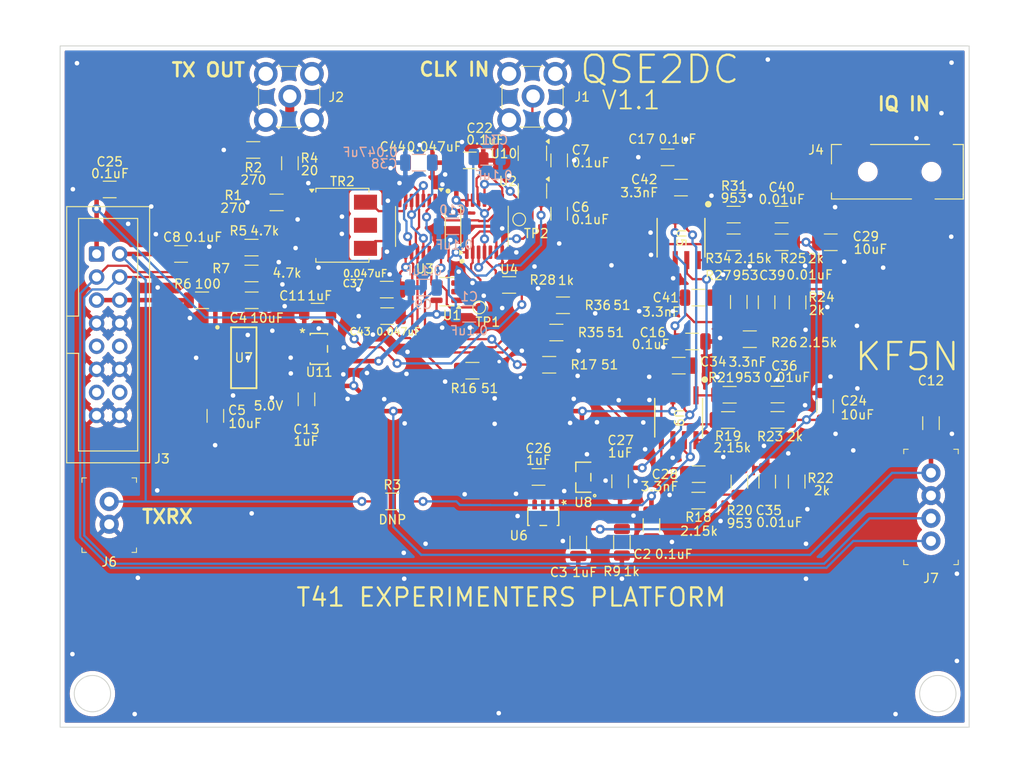
<source format=kicad_pcb>
(kicad_pcb (version 20240108) (generator "pcbnew") (generator_version "8.0")
  (title_block (title "QSD Divide by Two") (date "2023-07-26"))
  (layers (0 "F.Cu" jumper) (31 "B.Cu" signal) (36 "B.SilkS" user "B.Silkscreen") (37 "F.SilkS" user "F.Silkscreen") (38 "B.Mask" user) (39 "F.Mask" user) (44 "Edge.Cuts" user))
  (net 0 "")
  (net 1 "GND")
  (net 2 "/5V_FILT")
  (net 3 "Net-(U7-INPUT)")
  (net 7 "Net-(U3-1B2)")
  (net 8 "Net-(U3-1B3)")
  (net 9 "Net-(U3-1B1)")
  (net 10 "Net-(U3-1B4)")
  (net 11 "/SET")
  (net 12 "Net-(R1-Pad1)")
  (net 13 "/12_0V")
  (net 15 "/SDA")
  (net 16 "Net-(J4-Pad3)")
  (net 20 "/CLK1")
  (net 22 "/CLK2")
  (net 23 "/LO_Q")
  (net 24 "/LO_I")
  (net 25 "/FB1")
  (net 26 "/FB2")
  (net 27 "/SCL")
  (net 28 "/PREN")
  (net 29 "Net-(J4-Pad2)")
  (net 30 "Net-(U3-1A)")
  (net 31 "Net-(U3-2A)")
  (net 32 "/REF_I")
  (net 33 "Net-(U9-+IN)")
  (net 34 "Net-(U9--OUT)")
  (net 35 "Net-(U9-+OUT)")
  (net 36 "Net-(U9--IN)")
  (net 37 "/REF1.6")
  (net 38 "Net-(C35-Pad2)")
  (net 39 "Net-(C36-Pad1)")
  (net 40 "Net-(C39-Pad2)")
  (net 41 "Net-(C40-Pad1)")
  (net 42 "Net-(U5-+IN)")
  (net 43 "Net-(U5--OUT)")
  (net 44 "Net-(U5-+OUT)")
  (net 45 "Net-(U5--IN)")
  (net 46 "Net-(J2-Pad2)")
  (net 47 "/TXRX")
  (net 48 "/TXRX_OA")
  (net 50 "/3_3V")
  (net 51 "Net-(J1-Pad2)")
  (footprint "Resistor_SMD:R_1206_3216Metric" (layer "F.Cu") (at 154.5125 68.15 180)
    (property "Reference" "R36")
    (property "Value" "51")
  )
  (footprint "Resistor_SMD:R_1206_3216Metric" (layer "F.Cu") (at 169.413 89.651 180)
    (property "Reference" "R18")
    (property "Value" "2.15k")
  )
  (footprint "Capacitor_SMD:C_1206_3216Metric" (layer "F.Cu") (at 178.1155 77.978)
    (property "Reference" "C36")
    (property "Value" "0.01uF")
  )
  (footprint "Resistor_SMD:R_1206_3216Metric" (layer "F.Cu") (at 173.2895 61.214 180)
    (property "Reference" "R34")
    (property "Value" "2.15k")
  )
  (footprint "Resistor_SMD:R_1206_3216Metric" (layer "F.Cu") (at 114.8125 67.6)
    (property "Reference" "R6")
    (property "Value" "100")
  )
  (footprint "16TSOP:R_8_ADI" (layer "F.Cu") (at 167.2405 80.5298 -90)
    (property "Reference" "U9")
    (property "Value" "AD8137ARZ-R7")
  )
  (footprint "Package_TO_SOT_SMD:SOT-23-5" (layer "F.Cu") (at 141.7455 66.651 180)
    (property "Reference" "U1")
    (property "Value" "SN74LVC1G14DBV" (hide yes))
  )
  (footprint "Resistor_SMD:R_1206_3216Metric" (layer "F.Cu") (at 175.0675 71.882 180)
    (property "Reference" "R26")
    (property "Value" "2.15k")
  )
  (footprint "Resistor_SMD:R_1206_3216Metric" (layer "F.Cu") (at 120.25 64.65 180)
    (property "Reference" "R7")
    (property "Value" "4.7k")
  )
  (footprint "Capacitor_SMD:C_1206_3216Metric" (layer "F.Cu") (at 160.8 87.525 -90)
    (property "Reference" "C27")
    (property "Value" "1uF")
  )
  (footprint "Resistor_SMD:R_1206_3216Metric" (layer "F.Cu") (at 144.55 75.35 180)
    (property "Reference" "R16")
    (property "Value" "51")
  )
  (footprint "Package_TO_SOT_SMD:SOT-23-5" (layer "F.Cu") (at 151.15 51.4125 -90)
    (property "Reference" "U10")
    (property "Value" "SN74LVC1G14DBV" (hide yes))
  )
  (footprint "Resistor_SMD:R_1206_3216Metric" (layer "F.Cu") (at 180.2255 87.5585 -90)
    (property "Reference" "R22")
    (property "Value" "2k")
  )
  (footprint "Resistor_SMD:R_1206_3216Metric" (layer "F.Cu") (at 153 74.7 180)
    (property "Reference" "R17")
    (property "Value" "51")
  )
  (footprint "Capacitor_SMD:C_1206_3216Metric" (layer "F.Cu") (at 169.418 67.31 180)
    (property "Reference" "C41")
    (property "Value" "3.3nF")
  )
  (footprint "Capacitor_SMD:C_1206_3216Metric" (layer "F.Cu") (at 176.9155 67.816 -90)
    (property "Reference" "C39")
    (property "Value" "0.01uF")
  )
  (footprint "Resistor_SMD:R_1206_3216Metric" (layer "F.Cu") (at 120.4375 51.05 180)
    (property "Reference" "R2")
    (property "Value" "270")
  )
  (footprint "Capacitor_SMD:C_1206_3216Metric" (layer "F.Cu") (at 164.25 92.35 90)
    (property "Reference" "C2")
    (property "Value" "0.1uF")
  )
  (footprint "Capacitor_SMD:C_1206_3216Metric" (layer "F.Cu") (at 176.9855 87.561 -90)
    (property "Reference" "C35")
    (property "Value" "0.01uF")
  )
  (footprint "Capacitor_SMD:C_1206_3216Metric" (layer "F.Cu") (at 183.3479 79.275 -90)
    (property "Reference" "C24")
    (property "Value" "10uF")
  )
  (footprint "Capacitor_SMD:C_1206_3216Metric" (layer "F.Cu") (at 135.177 69.342)
    (property "Reference" "C43")
    (property "Value" "0.047uF")
  )
  (footprint "Package_SO:TSSOP-16_4.4x5mm_P0.65mm" (layer "F.Cu") (at 138.833 59.476 -90)
    (property "Reference" "U3")
    (property "Value" "SN74CBT3253" (hide yes))
  )
  (footprint "Resistor_SMD:R_1206_3216Metric" (layer "F.Cu") (at 178.1155 80.766 180)
    (property "Reference" "R23")
    (property "Value" "2k")
  )
  (footprint "digikey-footprints:RF_SMA_Vertical_5-1814832-1" (layer "F.Cu") (at 124.36 45.212)
    (property "Reference" "J2")
    (property "Value" "5-1814832-1" (hide yes))
  )
  (footprint "16TSOP:R_8_ADI" (layer "F.Cu") (at 167.5005 60.7122 -90)
    (property "Reference" "U5")
    (property "Value" "AD8137ARZ-R7")
  )
  (footprint "16TSOP:TSOP-5-483-N_ONS" (layer "F.Cu") (at 152.35 91.43985 -90)
    (property "Reference" "U6")
    (property "Value" "NCP115ASN330T2G" (hide yes))
  )
  (footprint "Resistor_SMD:R_1206_3216Metric" (layer "F.Cu") (at 180.3255 67.836 -90)
    (property "Reference" "R24")
    (property "Value" "2k")
  )
  (footprint "Package_SO:TSSOP-14_4.4x5mm_P0.65mm" (layer "F.Cu") (at 145.883 59.446 90)
    (property "Reference" "U4")
    (property "Value" "SN74AC74PW" (hide yes))
  )
  (footprint "Capacitor_SMD:C_1206_3216Metric" (layer "F.Cu") (at 138.684 52.451)
    (property "Reference" "C44")
    (property "Value" "0.047uF")
  )
  (footprint "Resistor_SMD:R_1206_3216Metric" (layer "F.Cu") (at 173.2895 58.166 180)
    (property "Reference" "R31")
    (property "Value" "953")
  )
  (footprint "16TSOP:DCY0004A_N" (layer "F.Cu") (at 119.4 73.925)
    (property "Reference" "U7")
    (property "Value" "UA78M05IDCYR")
  )
  (footprint "Capacitor_SMD:C_1206_3216Metric" (layer "F.Cu") (at 104.65 55.4)
    (property "Reference" "C25")
    (property "Value" "0.1uF")
  )
  (footprint "digikey-footprints:RF_SMA_Vertical_5-1814832-1" (layer "F.Cu") (at 151.13 45.212)
    (property "Reference" "J1")
    (property "Value" "5-1814832-1" (hide yes))
  )
  (footprint "Resistor_SMD:R_1206_3216Metric" (layer "F.Cu") (at 135.74 89.74)
    (property "Reference" "R3")
    (property "Value" "DNP")
  )
  (footprint "Capacitor_SMD:C_1206_3216Metric" (layer "F.Cu") (at 195 81.125 -90)
    (property "Reference" "C12")
    (property "Value" "0.1uF")
  )
  (footprint "Capacitor_SMD:C_1206_3216Metric" (layer "F.Cu") (at 168.7175 72.136 180)
    (property "Reference" "C16")
    (property "Value" "0.1uF")
  )
  (footprint "Resistor_SMD:R_1206_3216Metric" (layer "F.Cu") (at 120.25 61.8 180)
    (property "Reference" "R5")
    (property "Value" "4.7k")
  )
  (footprint "RF_Mini-Circuits:Mini-Circuits_CD542_H2.84mm" (layer "F.Cu") (at 130.25 59.34)
    (property "Reference" "TR2")
    (property "Value" "ADT1-1+" (hide yes))
  )
  (footprint "Resistor_SMD:R_1206_3216Metric" (layer "F.Cu") (at 173.9255 87.556 90)
    (property "Reference" "R20")
    (property "Value" "953")
  )
  (footprint "Capacitor_SMD:C_1206_3216Metric" (layer "F.Cu") (at 135.128 66.421)
    (property "Reference" "C37")
    (property "Value" "0.047uF")
  )
  (footprint "SJ-3524-SMT:CUI_SJ-3524-SMT" (layer "F.Cu") (at 195.0515 53.45 180)
    (property "Reference" "J4")
    (property "Value" "SJ-3524-SMT")
  )
  (footprint "Capacitor_SMD:C_1206_3216Metric" (layer "F.Cu") (at 154.1 58.075 90)
    (property "Reference" "C6")
    (property "Value" "0.1uF")
  )
  (footprint "Resistor_SMD:R_1206_3216Metric" (layer "F.Cu") (at 172.85 78 180)
    (property "Reference" "R21")
    (property "Value" "953")
  )
  (footprint "Capacitor_SMD:C_1206_3216Metric" (layer "F.Cu") (at 167.2505 74.7935)
    (property "Reference" "C34")
    (property "Value" "3.3nF")
  )
  (footprint "Resistor_SMD:R_1206_3216Metric" (layer "F.Cu") (at 123.0125 56.825 180)
    (property "Reference" "R1")
    (property "Value" "270")
  )
  (footprint "Capacitor_SMD:C_1206_3216Metric" (layer "F.Cu") (at 126.3 78.5 -90)
    (property "Reference" "C13")
    (property "Value" "1uF")
  )
  (footprint "TestPoint:TestPoint_Pad_D1.0mm" (layer "F.Cu") (at 149.7 58.7 -90)
    (property "Reference" "TP2")
    (property "Value" "TestPoint" (hide yes))
  )
  (footprint "Capacitor_SMD:C_1206_3216Metric" (layer "F.Cu") (at 154.1 52.2 -90)
    (property "Reference" "C7")
    (property "Value" "0.1uF")
  )
  (footprint "AP2120N:SOT-23_DIO" (layer "F.Cu") (at 156.755001 87.074999 90)
    (property "Reference" "U8")
    (property "Value" "AP2120N-2.5TRG1" (hide yes))
  )
  (footprint "Capacitor_SMD:C_1206_3216Metric" (layer "F.Cu") (at 151.825 87.05 180)
    (property "Reference" "C26")
    (property "Value" "1uF")
  )
  (footprint "Resistor_SMD:R_1206_3216Metric" (layer "F.Cu") (at 173.8555 67.786 90)
    (property "Reference" "R27")
    (property "Value" "953")
  )
  (footprint "Capacitor_SMD:C_1206_3216Metric" (layer "F.Cu") (at 183.974 61.214 180)
    (property "Reference" "C29")
    (property "Value" "10uF")
  )
  (footprint "Capacitor_SMD:C_1206_3216Metric" (layer "F.Cu") (at 167.4955 55.196)
    (property "Reference" "C42")
    (property "Value" "3.3nF")
  )
  (footprint "Resistor_SMD:R_1206_3216Metric" (layer "F.Cu") (at 148.59 65.913 180)
    (property "Reference" "R28")
    (property "Value" "1k")
  )
  (footprint "Resistor_SMD:R_1206_3216Metric" (layer "F.Cu") (at 172.6755 80.776 180)
    (property "Reference" "R19")
    (property "Value" "2.15k")
  )
  (footprint "Capacitor_SMD:C_1206_3216Metric" (layer "F.Cu") (at 112.5 62.5 180)
    (property "Reference" "C8")
    (property "Value" "0.1uF")
  )
  (footprint "Capacitor_SMD:C_1206_3216Metric" (layer "F.Cu") (at 144.272 52.197 180)
    (property "Reference" "C22")
    (property "Value" "0.1uF")
  )
  (footprint "Capacitor_SMD:C_1206_3216Metric" (layer "F.Cu") (at 166.0269 51.8668)
    (property "Reference" "C17")
    (property "Value" "0.1uF")
  )
  (footprint "Capacitor_SMD:C_1206_3216Metric" (layer "F.Cu") (at 169.4455 86.741 180)
    (property "Reference" "C28")
    (property "Value" "3.3nF")
  )
  (footprint "Package_TO_SOT_SMD:SOT-23-5" (layer "F.Cu") (at 151.158 55.5625 -90)
    (property "Reference" "U2")
    (property "Value" "SN74LVC1G14DBV" (hide yes))
  )
  (footprint "TestPoint:TestPoint_Pad_D1.0mm" (layer "F.Cu") (at 145.303 68.386 -90)
    (property "Reference" "TP1")
    (property "Value" "TestPoint" (hide yes))
  )
  (footprint "16TSOP:TSOP-5-483-N_ONS" (layer "F.Cu") (at 127.66015 72.950001)
    (property "Reference" "U11")
    (property "Value" "NCP508SQ33T1G" (hide yes))
  )
  (footprint "Capacitor_SMD:C_1206_3216Metric" (layer "F.Cu") (at 178.5745 58.166)
    (property "Reference" "C40")
    (property "Value" "0.01uF")
  )
  (footprint "Capacitor_SMD:C_1206_3216Metric" (layer "F.Cu") (at 156.2 94.275 -90)
    (property "Reference" "C3")
    (property "Value" "1uF")
  )
  (footprint "Capacitor_SMD:C_1206_3216Metric" (layer "F.Cu") (at 116.275 80.325 90)
    (property "Reference" "C5")
    (property "Value" "10uF")
  )
  (footprint "digikey-footprints:PinHeader_1x2_P2.5mm_Drill1.1mm" (layer "F.Cu") (at 104.5972 89.7528 -90)
    (property "Reference" "J6")
    (property "Value" "Conn_01x02" (hide yes))
  )
  (footprint "Resistor_SMD:R_1206_3216Metric" (layer "F.Cu") (at 161 94.2375 90)
    (property "Reference" "R9")
    (property "Value" "1k")
  )
  (footprint "Resistor_SMD:R_1206_3216Metric" (layer "F.Cu") (at 178.562 61.214 180)
    (property "Reference" "R25")
    (property "Value" "2k")
  )
  (footprint "Resistor_SMD:R_1206_3216Metric" (layer "F.Cu") (at 153.7875 71.15 180)
    (property "Reference" "R35")
    (property "Value" "51")
  )
  (footprint "Capacitor_SMD:C_1206_3216Metric" (layer "F.Cu") (at 127.525 68.85 180)
    (property "Reference" "C11")
    (property "Value" "1uF")
  )
  (footprint "Resistor_SMD:R_1206_3216Metric" (layer "F.Cu") (at 124.475 52.5125 90)
    (property "Reference" "R4")
    (property "Value" "20")
  )
  (footprint "digikey-footprints:PinHeader_1x4_P2.5mm_Drill1.1mm" (layer "F.Cu") (at 195 86.6 -90)
    (property "Reference" "J7")
    (property "Value" "B4B-XH-A_LF__SN_" (hide yes))
  )
  (footprint "Capacitor_SMD:C_1206_3216Metric" (layer "F.Cu") (at 120.275 67.6)
    (property "Reference" "C4")
    (property "Value" "10uF")
  )
  (footprint "Connector_IDC:IDC-Header_2x08_P2.54mm_Vertical" (layer "F.Cu") (at 103.21 62.5)
    (property "Reference" "J3")
    (property "Value" "Conn_02x08_Odd_Even" (hide yes))
  )
  (footprint "Capacitor_SMD:C_1206_3216Metric" (layer "B.Cu") (at 144.194 69.088 180)
    (property "Reference" "C1")
    (property "Value" "0.1uF")
  )
  (footprint "Capacitor_SMD:C_1206_3216Metric" (layer "B.Cu") (at 139.15 66.2)
    (property "Reference" "C9")
    (property "Value" "0.1uF")
  )
  (footprint "Capacitor_SMD:C_1206_3216Metric" (layer "B.Cu") (at 142.333 59.451)
    (property "Reference" "C10")
    (property "Value" "0.1uF")
  )
  (footprint "Capacitor_SMD:C_1206_3216Metric" (layer "B.Cu") (at 138.65 52.45 180)
    (property "Reference" "C38")
    (property "Value" "0.047uF")
  )
  (footprint "Capacitor_SMD:C_1206_3216Metric" (layer "B.Cu") (at 146.177 51.816 180)
    (property "Reference" "C31")
    (property "Value" "0.1uF")
  )
  (gr_circle (center 170.1145 76.327) (end 170.398481 76.327) (stroke (width 0.15)) (fill solid) (layer "F.SilkS"))
  (gr_circle (center 170.4955 57.023) (end 170.779481 57.023) (stroke (width 0.15)) (fill solid) (layer "F.SilkS"))
  (gr_circle (center 143.4 63.3) (end 143.4 63.5) (stroke (width 0.15)) (fill solid) (layer "F.SilkS"))
  (gr_circle (center 141.872 55.576) (end 141.872 55.776) (stroke (width 0.15)) (fill solid) (layer "F.SilkS"))
  (gr_circle (center 195.75 110.9) (end 197.75 110.9) (stroke (width 0.1)) (fill none) (layer "Edge.Cuts"))
  (gr_rect (start 99.2 39.6) (end 199.2 114.6) (stroke (width 0.1)) (fill none) (layer "Edge.Cuts"))
  (gr_circle (center 102.75 110.9) (end 104.75 110.9) (stroke (width 0.1)) (fill none) (layer "Edge.Cuts"))
  (gr_text "TX OUT" (at 111.31 43.12 0) (layer "F.SilkS") (effects (font (size 1.5 1.5) (thickness 0.3) (bold yes)) (justify left bottom)))
  (gr_text "CLK IN" (at 138.557 43.053 0) (layer "F.SilkS") (effects (font (size 1.5 1.5) (thickness 0.3) (bold yes)) (justify left bottom)))
  (gr_text "IQ IN" (at 188.976 46.863 0) (layer "F.SilkS") (effects (font (size 1.5 1.5) (thickness 0.3) (bold yes)) (justify left bottom)))
  (gr_text "V1.1" (at 158.623 46.736 0) (layer "F.SilkS") (effects (font (size 2 2) (thickness 0.2)) (justify left bottom)))
  (gr_text "T41 EXPERIMENTERS PLATFORM" (at 125.03 101.46 0) (layer "F.SilkS") (effects (font (size 2 2) (thickness 0.25)) (justify left bottom)))
  (gr_text "QSE2DC" (at 156.21 43.942 0) (layer "F.SilkS") (effects (font (size 3 3) (thickness 0.25)) (justify left bottom)))
  (gr_text "5.0V" (at 120.4 79.8 0) (layer "F.SilkS") (effects (font (size 1 1)) (justify left bottom)))
  (gr_text "KF5N" (at 186.436 75.565 0) (layer "F.SilkS") (effects (font (size 3 3) (thickness 0.25)) (justify left bottom)))
  (gr_text "TXRX" (at 108.05 92.3 0) (layer "F.SilkS") (effects (font (size 1.5 1.5) (thickness 0.3) (bold yes)) (justify left bottom)))
  (segment (start 147.833 62.316) (end 147.833 59.695) (width 0.25) (layer "F.Cu") (net 1))
  (segment (start 166.6055 82.9936) (end 166.6055 84.916) (width 0.25) (layer "F.Cu") (net 1))
  (segment (start 136.558 54.725098) (end 136.530102 54.6972) (width 0.25) (layer "F.Cu") (net 1))
  (segment (start 141.108 56.576) (end 141.108 57.451) (width 0.25) (layer "F.Cu") (net 1))
  (segment (start 147.828 59.69) (end 147.588 59.45) (width 0.25) (layer "F.Cu") (net 1))
  (segment (start 166.6055 84.916) (end 166.5839 84.9376) (width 0.25) (layer "F.Cu") (net 1))
  (segment (start 136.558 54.984584) (end 136.530102 54.956686) (width 0.25) (layer "F.Cu") (net 1))
  (segment (start 147.833 62.316) (end 147.833 63.851) (width 0.25) (layer "F.Cu") (net 1))
  (segment (start 148.358 63.851) (end 147.833 63.851) (width 0.25) (layer "F.Cu") (net 1))
  (segment (start 147.833 59.695) (end 147.828 59.69) (width 0.25) (layer "F.Cu") (net 1))
  (segment (start 140.458 62.3385) (end 140.458 61.115) (width 0.25) (layer "F.Cu") (net 1))
  (segment (start 150.2 50.275) (end 150.2 49.362) (width 0.25) (layer "F.Cu") (net 1))
  (segment (start 142.9 64) (end 142.9 64.4) (width 0.25) (layer "F.Cu") (net 1))
  (segment (start 141.108 56.6135) (end 141.108 54.992) (width 0.25) (layer "F.Cu") (net 1))
  (segment (start 143.647 59.45) (end 142.126 60.971) (width 0.25) (layer "F.Cu") (net 1))
  (segment (start 149.383 62.326) (end 148.883 62.826) (width 0.25) (layer "F.Cu") (net 1))
  (segment (start 142.126 60.971) (end 141.933 61.164) (width 0.25) (layer "F.Cu") (net 1))
  (segment (start 141.533 57.876) (end 142.433 57.876) (width 0.25) (layer "F.Cu") (net 1))
  (segment (start 140.602 60.971) (end 142.126 60.971) (width 0.25) (layer "F.Cu") (net 1))
  (segment (start 141.933 61.164) (end 141.933 63.033) (width 0.25) (layer "F.Cu") (net 1))
  (segment (start 147.588 59.45) (end 143.647 59.45) (width 0.35) (layer "F.Cu") (net 1))
  (segment (start 141.108 54.992) (end 141.25 54.85) (width 0.25) (layer "F.Cu") (net 1))
  (segment (start 141.108 57.451) (end 141.533 57.876) (width 0.25) (layer "F.Cu") (net 1))
  (segment (start 166.8655 64.9456) (end 166.6347 65.1764) (width 0.25) (layer "F.Cu") (net 1))
  (segment (start 136.558 56.576) (end 136.558 54.725098) (width 0.25) (layer "F.Cu") (net 1))
  (segment (start 148.883 62.826) (end 148.883 63.326) (width 0.25) (layer "F.Cu") (net 1))
  (segment (start 166.8655 63.176) (end 166.8655 64.9456) (width 0.25) (layer "F.Cu") (net 1))
  (segment (start 141.933 63.033) (end 142.9 64) (width 0.25) (layer "F.Cu") (net 1))
  (segment (start 150.2 49.362) (end 148.59 47.752) (width 0.25) (layer "F.Cu") (net 1))
  (segment (start 140.458 61.115) (end 140.602 60.971) (width 0.25) (layer "F.Cu") (net 1))
  (segment (start 148.883 63.326) (end 148.358 63.851) (width 0.25) (layer "F.Cu") (net 1))
  (via (at 166.5839 84.9376) (size 1) (drill 0.5) (layers "F.Cu" "B.Cu") (net 1))
  (via (at 123.9 68.25) (size 1) (drill 0.5) (layers "F.Cu" "B.Cu") (net 1))
  (via (at 138.75 50.5) (size 1) (drill 0.5) (layers "F.Cu" "B.Cu") (net 1))
  (via (at 165.5425 72.771) (size 1) (drill 0.5) (layers "F.Cu" "B.Cu") (net 1))
  (via (at 144.272 70.612) (size 1) (drill 0.5) (layers "F.Cu" "B.Cu") (net 1))
  (via (at 181.4 90.6) (size 1) (drill 0.5) (layers "F.Cu" "B.Cu") (net 1))
  (via (at 149.383 62.326) (size 1) (drill 0.5) (layers "F.Cu" "B.Cu") (net 1))
  (via (at 109.728 60.325) (size 1) (drill 0.5) (layers "F.Cu" "B.Cu") (net 1))
  (via (at 197.85 107.3) (size 1) (drill 0.5) (layers "F.Cu" "B.Cu") (net 1))
  (via (at 155.75 52.2) (size 1) (drill 0.5) (layers "F.Cu" "B.Cu") (net 1))
  (via (at 149.85 76.1) (size 0.8) (drill 0.4) (layers "F.Cu" "B.Cu") (net 1))
  (via (at 162.8 51.85) (size 1) (drill 0.5) (layers "F.Cu" "B.Cu") (net 1))
  (via (at 197.85 97.7) (size 1) (drill 0.5) (layers "F.Cu" "B.Cu") (net 1))
  (via (at 171.5 76.05) (size 1) (drill 0.5) (layers "F.Cu" "B.Cu") (net 1))
  (via (at 124.575 75.65) (size 1) (drill 0.5) (layers "F.Cu" "B.Cu") (net 1))
  (via (at 130.35 75.75) (size 1) (drill 0.5) (layers "F.Cu" "B.Cu") (net 1))
  (via (at 147.828 59.69) (size 1) (drill 0.5) (layers "F.Cu" "B.Cu") (net 1))
  (via (at 161 98.25) (size 1) (drill 0.5) (layers "F.Cu" "B.Cu") (net 1))
  (via (at 189.738 64.008) (size 1) (drill 0.5) (layers "F.Cu" "B.Cu") (net 1))
  (via (at 132.95 75.6) (size 1) (drill 0.5) (layers "F.Cu" "B.Cu") (net 1))
  (via (at 119.86 73.92) (size 1) (drill 0.5) (layers "F.Cu" "B.Cu") (net 1))
  (via (at 181.25 98.25) (size 1) (drill 0.5) (layers "F.Cu" "B.Cu") (net 1))
  (via (at 186.45 84.125) (size 1) (drill 0.5) (layers "F.Cu" "B.Cu") (net 1))
  (via (at 141.55 53.75) (size 1) (drill 0.5) (layers "F.Cu" "B.Cu") (net 1))
  (via (at 144.563 65.686) (size 1) (drill 0.5) (layers "F.Cu" "B.Cu") (net 1))
  (via (at 137.3 75.7) (size 1) (drill 0.5) (layers "F.Cu" "B.Cu") (net 1))
  (via (at 141.55 76.55) (size 1) (drill 0.5) (layers "F.Cu" "B.Cu") (net 1))
  (via (at 132.05 69.35) (size 1) (drill 0.5) (layers "F.Cu" "B.Cu") (net 1))
  (via (at 181.15 79.15) (size 1) (drill 0.5) (layers "F.Cu" "B.Cu") (net 1))
  (via (at 184.5 82.3) (size 1) (drill 0.5) (layers "F.Cu" "B.Cu") (net 1))
  (via (at 143.4 50.175) (size 1) (drill 0.5) (layers "F.Cu" "B.Cu") (net 1))
  (via (at 151.765 66.294) (size 1) (drill 0.5) (layers "F.Cu" "B.Cu") (net 1))
  (via (at 135.55 53.05) (size 1) (drill 0.5) (layers "F.Cu" "B.Cu") (net 1))
  (via (at 175.05 63.85) (size 1) (drill 0.5) (layers "F.Cu" "B.Cu") (net 1))
  (via (at 157.15 84.55) (size 1) (drill 0.5) (layers "F.Cu" "B.Cu") (net 1))
  (via (at 176.625 83.625) (size 1) (drill 0.5) (layers "F.Cu" "B.Cu") (net 1))
  (via (at 197.225 60.6) (size 1) (drill 0.5) (layers "F.Cu" "B.Cu") (net 1))
  (via (at 162.5 87.5) (size 1) (drill 0.5) (layers "F.Cu" "B.Cu") (net 1))
  (via (at 141.25 54.85) (size 1) (drill 0.5) (layers "F.Cu" "B.Cu") (net 1))
  (via (at 163.35 81.05) (size 1) (drill 0.5) (layers "F.Cu" "B.Cu") (net 1))
  (via (at 191.1 113.15) (size 1) (drill 0.5) (layers "F.Cu" "B.Cu") (net 1))
  (via (at 166.5 94.2) (size 1) (drill 0.5) (layers "F.Cu" "B.Cu") (net 1))
  (via (at 178.1155 76.3524) (size 1) (drill 0.5) (layers "F.Cu" "B.Cu") (net 1))
  (via (at 159.85 63.75) (size 1) (drill 0.5) (layers "F.Cu" "B.Cu") (net 1))
  (via (at 160.65 78.6) (size 1) (drill 0.5) (layers "F.Cu" "B.Cu") (net 1))
  (via (at 148.583 53.876) (size 1) (drill 0.5) (layers "F.Cu" "B.Cu") (net 1))
  (via (at 143.7 88.95) (size 1) (drill 0.5) (layers "F.Cu" "B.Cu") (net 1))
  (via (at 101.05 41.5) (size 1) (drill 0.5) (layers "F.Cu" "B.Cu") (net 1))
  (via (at 126.5 54.7) (size 1) (drill 0.5) (layers "F.Cu" "B.Cu") (net 1))
  (via (at 123.25 63.4) (size 1) (drill 0.5) (layers "F.Cu" "B.Cu") (net 1))
  (via (at 181.15 63.8) (size 1) (drill 0.5) (layers "F.Cu" "B.Cu") (net 1))
  (via (at 181.2 70.85) (size 1) (drill 0.5) (layers "F.Cu" "B.Cu") (net 1))
  (via (at 142.126 60.971) (size 1) (drill 0.5) (layers "F.Cu" "B.Cu") (net 1))
  (via (at 171.8 71.75) (size 1) (drill 0.5) (layers "F.Cu" "B.Cu") (net 1))
  (via (at 142.433 57.876) (size 1) (drill 0.5) (layers "F.Cu" "B.Cu") (net 1))
  (via (at 141.224 70.612) (size 1) (drill 0.5) (layers "F.Cu" "B.Cu") (net 1))
  (via (at 196.15 47) (size 1) (drill 0.5) (layers "F.Cu" "B.Cu") (net 1))
  (via (at 147 81.2) (size 1) (drill 0.5) (layers "F.Cu" "B.Cu") (net 1))
  (via (at 147.828 68.453) (size 1) (drill 0.5) (layers "F.Cu" "B.Cu") (net 1))
  (via (at 186.9 77.3) (size 1) (drill 0.5) (layers "F.Cu" "B.Cu") (net 1))
  (via (at 106.68 59.182) (size 1) (drill 0.5) (layers "F.Cu" "B.Cu") (net 1))
  (via (at 109.9312 66.1924) (size 1) (drill 0.5) (layers "F.Cu" "B.Cu") (net 1))
  (via (at 186.8531 70.4088) (size 1) (drill 0.5) (layers "F.Cu" "B.Cu") (net 1))
  (via (at 164.025 78.575) (size 1) (drill 0.5) (layers "F.Cu" "B.Cu") (net 1))
  (via (at 117.2 51.05) (size 1) (drill 0.5) (layers "F.Cu" "B.Cu") (net 1))
  (via (at 125.1 61.85) (size 1) (drill 0.5) (layers "F.Cu" "B.Cu") (net 1))
  (via (at 162.275 91.3) (size 1) (drill 0.5) (layers "F.Cu" "B.Cu") (net 1))
  (via (at 133.604 71.374) (size 1) (drill 0.5) (layers "F.Cu" "B.Cu") (net 1))
  (via (at 100.6 55.375) (size 1) (drill 0.5) (layers "F.Cu" "B.Cu") (net 1))
  (via (at 163.55 84) (size 1) (drill 0.5) (layers "F.Cu" "B.Cu") (net 1))
  (via (at 127.625 64) (size 1) (drill 0.5) (layers "F.Cu" "B.Cu") (net 1))
  (via (at 149.987 73.152) (size 1) (drill 0.5) (layers "F.Cu" "B.Cu") (net 1))
  (via (at 147 78.4) (size 1) (drill 0.5) (layers "F.Cu" "B.Cu") (net 1))
  (via (at 147.5 74.35) (size 0.8) (drill 0.4) (layers "F.Cu" "B.Cu") (net 1))
  (via (at 145.8 67.1) (size 1) (drill 0.5) (layers "F.Cu" "B.Cu") (net 1))
  (via (at 162.9 68.8) (size 1) (drill 0.5) (layers "F.Cu" "B.Cu") (net 1))
  (via (at 135.45 64.75) (size 1) (drill 0.5) (layers "F.Cu" "B.Cu") (net 1))
  (via (at 115.6 61.7) (size 1) (drill 0.5) (layers "F.Cu" "B.Cu") (net 1))
  (via (at 151.384 63.881) (size 1) (drill 0.5) (layers "F.Cu" "B.Cu") (net 1))
  (via (at 170.8511 56.0832) (size 1) (drill 0.5) (layers "F.Cu" "B.Cu") (net 1))
  (via (at 177.05 41.1) (size 1) (drill 0.5) (layers "F.Cu" "B.Cu") (net 1))
  (via (at 164 76.025) (size 1) (drill 0.5) (layers "F.Cu" "B.Cu") (net 1))
  (via (at 158.06 69.04) (size 1) (drill 0.5) (layers "F.Cu" "B.Cu") (net 1))
  (via (at 164.2 62.6) (size 1) (drill 0.5) (layers "F.Cu" "B.Cu") (net 1))
  (via (at 132 66.4) (size 1) (drill 0.5) (layers "F.Cu" "B.Cu") (net 1))
  (via (at 181.25 94.4) (size 1) (drill 0.5) (layers "F.Cu" "B.Cu") (net 1))
  (via (at 120.269 91.059) (size 1) (drill 0.5) (layers "F.Cu" "B.Cu") (net 1))
  (via (at 118.22 78.08) (size 1) (drill 0.5) (layers "F.Cu" "B.Cu") (net 1))
  (via (at 158.2527 81.026) (size 1) (drill 0.5) (layers "F.Cu" "B.Cu") (net 1))
  (via (at 130.82 78.45) (size 1) (drill 0.5) (layers "F.Cu" "B.Cu") (net 1))
  (via (at 149.35 88.9) (size 1) (drill 0.5) (layers "F.Cu" "B.Cu") (net 1))
  (via (at 109.22 57.277) (size 1) (drill 0.5) (layers "F.Cu" "B.Cu") (net 1))
  (via (at 130.19 60.29) (size 1) (drill 0.5) (layers "F.Cu" "B.Cu") (net 1))
  (via (at 107.4 113.15) (size 1) (drill 0.5) (layers "F.Cu" "B.Cu") (net 1))
  (via (at 134.85 78.48) (size 1) (drill 0.5) (layers "F.Cu" "B.Cu") (net 1))
  (via (at 130.2 58.39) (size 1) (drill 0.5) (layers "F.Cu" "B.Cu") (net 1))
  (via (at 155.7 78.45) (size 1) (drill 0.5) (layers "F.Cu" "B.Cu") (net 1))
  (via (at 172.15 84.85) (size 1) (drill 0.5) (layers "F.Cu" "B.Cu") (net 1))
  (via (at 114.16 73.93) (size 1) (drill 0.5) (layers "F.Cu" "B.Cu") (net 1))
  (via (at 166.243 89.027) (size 1) (drill 0.5) (layers "F.Cu" "B.Cu") (net 1))
  (via (at 183.95 76) (size 1) (drill 0.5) (layers "F.Cu" "B.Cu") (net 1))
  (via (at 124.56 73.92) (size 1) (drill 0.5) (layers "F.Cu" "B.Cu") (net 1))
  (via (at 154.65 88.6) (size 1) (drill 0.5) (layers "F.Cu" "B.Cu") (net 1))
  (via (at 135.255 56.642) (size 1) (drill 0.5) (layers "F.Cu" "B.Cu") (net 1))
  (via (at 149.525 91.35) (size 1) (drill 0.5) (layers "F.Cu" "B.Cu") (net 1))
  (via (at 147.45 113.05) (size 1) (drill 0.5) (layers "F.Cu" "B.Cu") (net 1))
  (via (at 197.26 41.44) (size 1) (drill 0.5) (layers "F.Cu" "B.Cu") (net 1))
  (via (at 137.414 73.279) (size 1) (drill 0.5) (layers "F.Cu" "B.Cu") (net 1))
  (via (at 137.1 81.15) (size 1) (drill 0.5) (layers "F.Cu" "B.Cu") (net 1))
  (via (at 179.3 84.45) (size 1) (drill 0.5) (layers "F.Cu" "B.Cu") (net 1))
  (via (at 156.13 75.92) (size 1) (drill 0.5) (layers "F.Cu" "B.Cu") (net 1))
  (via (at 154.5 94.1) (size 1) (drill 0.5) (layers "F.Cu" "B.Cu") (net 1))
  (via (at 166.6347 65.1764) (size 1) (drill 0.5) (layers "F.Cu" "B.Cu") (net 1))
  (via (at 156.225 73.15) (size 1) (drill 0.5) (layers "F.Cu" "B.Cu") (net 1))
  (via (at 171.85 91.9) (size 1) (drill 0.5) (layers "F.Cu" "B.Cu") (net 1))
  (via (at 127.65 70.7) (size 1) (drill 0.5) (layers "F.Cu" "B.Cu") (net 1))
  (via (at 197.3 82.3) (size 1) (drill 0.5) (layers "F.Cu" "B.Cu") (net 1))
  (via (at 125.325 58.7) (size 1) (drill 0.5) (layers "F.Cu" "B.Cu") (net 1))
  (via (at 175.1183 56.0832) (size 1) (drill 0.5) (layers "F.Cu" "B.Cu") (net 1))
  (via (at 137.05 98.25) (size 1) (drill 0.5) (layers "F.Cu" "B.Cu") (net 1))
  (via (at 183.6 68.35) (size 1) (drill 0.5) (layers "F.Cu" "B.Cu") (net 1))
  (via (at 116.25 83.55) (size 1) (drill 0.5) (layers "F.Cu" "B.Cu") (net 1))
  (via (at 159.2 87.45) (size 1) (drill 0.5) (layers "F.Cu" "B.Cu") (net 1))
  (via (at 166.6 68.8) (size 1) (drill 0.5) (layers "F.Cu" "B.Cu") (net 1))
  (via (at 137 95.4) (size 1) (drill 0.5) (layers "F.Cu" "B.Cu") (net 1))
  (via (at 193.4 49.75) (size 1) (drill 0.5) (layers "F.Cu" "B.Cu") (net 1))
  (via (at 107.75 98.15) (size 1) (drill 0.5) (layers "F.Cu" "B.Cu") (net 1))
  (via (at 109.88 88.53) (size 1) (drill 0.5) (layers "F.Cu" "B.Cu") (net 1))
  (via (at 135.15 62.25) (size 1) (drill 0.5) (layers "F.Cu" "B.Cu") (net 1))
  (via (at 139.4 94.4) (size 1) (drill 0.5) (layers "F.Cu" "B.Cu") (net 1))
  (via (at 113.475 69.55) (size 1) (drill 0.5) (layers "F.Cu" "B.Cu") (net 1))
  (via (at 185.45 63.35) (size 1) (drill 0.5) (layers "F.Cu" "B.Cu") (net 1))
  (via (at 143.05 64.45) (size 1) (drill 0.5) (layers "F.Cu" "B.Cu") (net 1))
  (via (at 172.1211 64.77) (size 1) (drill 0.5) (layers "F.Cu" "B.Cu") (net 1))
  (via (at 164.15 60.15) (size 1) (drill 0.5) (layers "F.Cu" "B.Cu") (net 1))
  (via (at 168.0571 49.8856) (size 1) (drill 0.5) (layers "F.Cu" "B.Cu") (net 1))
  (via (at 155.3 81.1) (size 1) (drill 0.5) (layers "F.Cu" "B.Cu") (net 1))
  (via (at 119.8 56.825) (size 1) (drill 0.5) (layers "F.Cu" "B.Cu") (net 1))
  (via (at 100.55 106.55) (size 1) (drill 0.5) (layers "F.Cu" "B.Cu") (net 1))
  (via (at 130.4 72.8) (size 1) (drill 0.5) (layers "F.Cu" "B.Cu") (net 1))
  (via (at 119.84 71.42) (size 1) (drill 0.5) (layers "F.Cu" "B.Cu") (net 1))
  (via (at 184.45 57.35) (size 1) (drill 0.5) (layers "F.Cu" "B.Cu") (net 1))
  (via (at 123.65 65.85) (size 1) (drill 0.5) (layers "F.Cu" "B.Cu") (net 1))
  (via (at 122.54 70.95) (size 1) (drill 0.5) (layers "F.Cu" "B.Cu") (net 1))
  (via (at 136.530102 54.6972) (size 1) (drill 0.5) (layers "F.Cu" "B.Cu") (net 1))
  (via (at 154.1 61.35) (size 1) (drill 0.5) (layers "F.Cu" "B.Cu") (net 1))
  (via (at 122.48 78.33) (size 1) (drill 0.5) (layers "F.Cu" "B.Cu") (net 1))
  (segment (start 195 82.6) (end 195 86.6) (width 0.5) (layer "F.Cu") (net 2))
  (segment (start 167.4965 56.339) (end 167.4965 51.896) (width 0.25) (layer "F.Cu") (net 2))
  (segment (start 135.85 79.8) (end 134.284 79.8) (width 0.5) (layer "F.Cu") (net 2))
  (segment (start 155.810001 83.889999) (end 156.6 83.1) (width 0.5) (layer "F.Cu") (net 2))
  (segment (start 153.324999 87.074999) (end 153.3 87.05) (width 0.5) (layer "F.Cu") (net 2))
  (segment (start 166.8655 56.97) (end 167.4965 56.339) (width 0.25) (layer "F.Cu") (net 2))
  (segment (start 127.65 73.9) (end 127.5 73.9) (width 0.25) (layer "F.Cu") (net 2))
  (segment (start 127.499998 73.900002) (end 126.3203 73.900002) (width 0.25) (layer "F.Cu") (net 2))
  (segment (start 151.4 88.75) (end 153.300001 88.75) (width 0.25) (layer "F.Cu") (net 2))
  (segment (start 127.5 73.9) (end 127.499998 73.900002) (width 0.25) (layer "F.Cu") (net 2))
  (segment (start 126.3 77.025) (end 131.475 77.025) (width 0.5) (layer "F.Cu") (net 2))
  (segment (start 166.8655 58.2484) (end 166.8655 60.1196) (width 0.25) (layer "F.Cu") (net 2))
  (segment (start 166.6055 78.066) (end 166.6055 79.7852) (width 0.25) (layer "F.Cu") (net 2))
  (segment (start 120.625 77.025) (end 126.3 77.025) (width 0.5) (layer "F.Cu") (net 2))
  (segment (start 131.475 77.025) (end 131.5 77) (width 0.5) (layer "F.Cu") (net 2))
  (segment (start 119.825 76.225) (end 120.625 77.025) (width 0.5) (layer "F.Cu") (net 2))
  (segment (start 116.275 78.85) (end 116.275 76.225) (width 0.5) (layer "F.Cu") (net 2))
  (segment (start 146.97 79.8) (end 135.85 79.8) (width 0.5) (layer "F.Cu") (net 2))
  (segment (start 151.399999 88.750001) (end 151.4 88.75) (width 0.25) (layer "F.Cu") (net 2))
  (segment (start 151.399999 90.1) (end 151.399999 88.750001) (width 0.25) (layer "F.Cu") (net 2))
  (segment (start 166.8379 70.4088) (end 166.8379 71.7314) (width 0.25) (layer "F.Cu") (net 2))
  (segment (start 155.810001 87.074999) (end 153.324999 87.074999) (width 0.5) (layer "F.Cu") (net 2))
  (segment (start 153.300001 88.75) (end 153.3 87.05) (width 0.25) (layer "F.Cu") (net 2))
  (segment (start 134.284 79.8) (end 131.509 77.025) (width 0.5) (layer "F.Cu") (net 2))
  (segment (start 126.3203 77.0047) (end 126.3 77.025) (width 0.5) (layer "F.Cu") (net 2))
  (segment (start 166.8655 58.2484) (end 166.8655 56.97) (width 0.25) (layer "F.Cu") (net 2))
  (segment (start 167.509099 51.857801) (end 167.5001 51.8668) (width 0.25) (layer "F.Cu") (net 2))
  (segment (start 126.3203 72) (end 127.65 72) (width 0.25) (layer "F.Cu") (net 2))
  (segment (start 166.6055 79.7852) (end 166.5839 79.8068) (width 0.25) (layer "F.Cu") (net 2))
  (segment (start 126.3203 73.900002) (end 126.3203 77.0047) (width 0.5) (layer "F.Cu") (net 2))
  (segment (start 127.65 72) (end 127.65 73.9) (width 0.25) (layer "F.Cu") (net 2))
  (segment (start 141.1 62.3465) (end 141.108 62.3385) (width 0.25) (layer "F.Cu") (net 2))
  (segment (start 141.108 62.908) (end 141.108 62.3385) (width 0.25) (layer "F.Cu") (net 2))
  (segment (start 166.8379 71.7314) (end 167.2425 72.136) (width 0.25) (layer "F.Cu") (net 2))
  (segment (start 166.8655 60.1196) (end 166.8379 60.1472) (width 0.25) (layer "F.Cu") (net 2))
  (segment (start 155.810001 87.074999) (end 155.810001 83.889999) (width 0.5) (layer "F.Cu") (net 2))
  (segment (start 166.6055 76.534) (end 167.2425 75.897) (width 0.25) (layer "F.Cu") (net 2))
  (segment (start 141.1 64.05) (end 141.1 62.3465) (width 0.25) (layer "F.Cu") (net 2))
  (segment (start 156.6 79.85) (end 156.65 79.8) (width 0.5) (layer "F.Cu") (net 2))
  (segment (start 156.65 79.8) (end 146.97 79.8) (width 0.5) (layer "F.Cu") (net 2))
  (segment (start 156.6 83.1) (end 156.6 79.85) (width 0.5) (layer "F.Cu") (net 2))
  (segment (start 116.275 76.225) (end 119.825 76.225) (width 0.5) (layer "F.Cu") (net 2))
  (segment (start 166.6055 78.066) (end 166.6055 76.534) (width 0.25) (layer "F.Cu") (net 2))
  (segment (start 167.2425 75.897) (end 167.2425 72.136) (width 0.25) (layer "F.Cu") (net 2))
  (segment (start 153.300001 90.1) (end 153.300001 88.75) (width 0.25) (layer "F.Cu") (net 2))
  (via (at 156.65 79.8) (size 1) (drill 0.5) (layers "F.Cu" "B.Cu") (net 2))
  (via (at 166.5839 79.8068) (size 1) (drill 0.5) (layers "F.Cu" "B.Cu") (net 2))
  (via (at 135.85 79.8) (size 1) (drill 0.5) (layers "F.Cu" "B.Cu") (net 2))
  (via (at 141.1 64.05) (size 1) (drill 0.5) (layers "F.Cu" "B.Cu") (net 2))
  (via (at 166.8379 60.1472) (size 1) (drill 0.5) (layers "F.Cu" "B.Cu") (net 2))
  (via (at 166.8379 70.4088) (size 1) (drill 0.5) (layers "F.Cu" "B.Cu") (net 2))
  (via (at 131.5 77) (size 1) (drill 0.5) (layers "F.Cu" "B.Cu") (net 2))
  (segment (start 135.85 92.55) (end 135.85 79.8) (width 0.25) (layer "B.Cu") (net 2))
  (segment (start 156.6271 79.8068) (end 156.6432 79.8068) (width 0.25) (layer "B.Cu") (net 2))
  (segment (start 156.6568 79.8068) (end 166.5839 79.8068) (width 0.25) (layer "B.Cu") (net 2))
  (segment (start 140.625 64.525) (end 141.1 64.05) (width 0.25) (layer "B.Cu") (net 2))
  (segment (start 138.85 95.55) (end 138.925 95.625) (width 0.25) (layer "B.Cu") (net 2))
  (segment (start 190.725 86.6) (end 181.7 95.625) (width 0.25) (layer "B.Cu") (net 2))
  (segment (start 140.625 66.2) (end 133.67 73.155) (width 0.25) (layer "B.Cu") (net 2))
  (segment (start 138.85 95.55) (end 135.85 92.55) (width 0.25) (layer "B.Cu") (net 2))
  (segment (start 131.5 75.325) (end 131.5 77) (width 0.25) (layer "B.Cu") (net 2))
  (segment (start 133.67 73.155) (end 131.5 75.325) (width 0.25) (layer "B.Cu") (net 2))
  (segment (start 138.925 95.625) (end 181.7 95.625) (width 0.25) (layer "B.Cu") (net 2))
  (segment (start 166.8379 62.5856) (end 166.8379 60.1472) (width 0.25) (layer "B.Cu") (net 2))
  (segment (start 156.65 79.8) (end 156.6568 79.8068) (width 0.25) (layer "B.Cu") (net 2))
  (segment (start 195 86.6) (end 192.75 86.6) (width 0.25) (layer "B.Cu") (net 2))
  (segment (start 166.8379 70.4088) (end 167.9555 69.2912) (width 0.25) (layer "B.Cu") (net 2))
  (segment (start 192.75 86.6) (end 190.725 86.6) (width 0.25) (layer "B.Cu") (net 2))
  (segment (start 167.9555 63.7032) (end 166.8379 62.5856) (width 0.25) (layer "B.Cu") (net 2))
  (segment (start 156.6432 79.8068) (end 156.65 79.8) (width 0.25) (layer "B.Cu") (net 2))
  (segment (start 140.625 66.2) (end 140.625 64.525) (width 0.25) (layer "B.Cu") (net 2))
  (segment (start 167.9555 69.2912) (end 167.9555 63.7032) (width 0.25) (layer "B.Cu") (net 2))
  (segment (start 116.275 67.6) (end 118.8 67.6) (width 0.5) (layer "F.Cu") (net 3))
  (segment (start 116.275 67.6) (end 116.275 71.625) (width 0.5) (layer "F.Cu") (net 3))
  (segment (start 137.209 53.77) (end 137.209 52.451) (width 0.25) (layer "F.Cu") (net 7))
  (segment (start 138.508 55.492727) (end 137.795 54.779727) (width 0.25) (layer "F.Cu") (net 7))
  (segment (start 147.066 72.771) (end 140.667 72.771) (width 0.25) (layer "F.Cu") (net 7))
  (segment (start 138.683 59.556) (end 138.333 59.906) (width 0.25) (layer "F.Cu") (net 7))
  (segment (start 140.667 72.771) (end 138.508 70.612) (width 0.25) (layer "F.Cu") (net 7))
  (segment (start 138.508 61.576) (end 138.508 70.612) (width 0.25) (layer "F.Cu") (net 7))
  (segment (start 151.687 68.15) (end 153.05 68.15) (width 0.25) (layer "F.Cu") (net 7))
  (segment (start 138.333 61.401) (end 138.508 61.576) (width 0.25) (layer "F.Cu") (net 7))
  (segment (start 138.508 56.576) (end 138.508 57.409273) (width 0.25) (layer "F.Cu") (net 7))
  (segment (start 137.795 54.779727) (end 137.795 54.356) (width 0.25) (layer "F.Cu") (net 7))
  (segment (start 138.683 57.584273) (end 138.683 59.556) (width 0.25) (layer "F.Cu") (net 7))
  (segment (start 137.795 54.356) (end 137.209 53.77) (width 0.25) (layer "F.Cu") (net 7))
  (segment (start 138.508 56.6135) (end 138.508 55.492727) (width 0.25) (layer "F.Cu") (net 7))
  (segment (start 147.066 72.771) (end 151.687 68.15) (width 0.25) (layer "F.Cu") (net 7))
  (segment (start 138.508 57.409273) (end 138.683 57.584273) (width 0.25) (layer "F.Cu") (net 7))
  (segment (start 138.333 59.906) (end 138.333 61.401) (width 0.25) (layer "F.Cu") (net 7))
  (segment (start 137.935 69.342) (end 137.935 64.724) (width 0.25) (layer "F.Cu") (net 8))
  (segment (start 137.681 60.838) (end 137.433 60.59) (width 0.25) (layer "F.Cu") (net 8))
  (segment (start 147.8915 73.3425) (end 140.4115 73.3425) (width 0.25) (layer "F.Cu") (net 8))
  (segment (start 137.681 61.479) (end 137.681 60.838) (width 0.25) (layer "F.Cu") (net 8))
  (segment (start 139.158 54.976) (end 139.158 56.576) (width 0.25) (layer "F.Cu") (net 8))
  (segment (start 137.858 61.656) (end 137.681 61.479) (width 0.25) (layer "F.Cu") (net 8))
  (segment (start 137.935 69.342) (end 137.935 70.866) (width 0.25) (layer "F.Cu") (net 8))
  (segment (start 152.325 71.15) (end 150.084 71.15) (width 0.25) (layer "F.Cu") (net 8))
  (segment (start 140.4115 73.3425) (end 137.935 70.866) (width 0.25) (layer "F.Cu") (net 8))
  (segment (start 137.858 63.434273) (end 137.858 62.376) (width 0.25) (layer "F.Cu") (net 8))
  (segment (start 136.652 69.342) (end 137.935 69.342) (width 0.25) (layer "F.Cu") (net 8))
  (segment (start 137.858 62.3385) (end 137.858 61.656) (width 0.25) (layer "F.Cu") (net 8))
  (segment (start 137.935 64.724) (end 138.033 64.626) (width 0.25) (layer "F.Cu") (net 8))
  (segment (start 138.033 64.626) (end 138.033 63.609273) (width 0.25) (layer "F.Cu") (net 8))
  (segment (start 138.033 63.609273) (end 137.858 63.434273) (width 0.25) (layer "F.Cu") (net 8))
  (segment (start 150.084 71.15) (end 147.8915 73.3425) (width 0.25) (layer "F.Cu") (net 8))
  (via (at 137.433 60.59) (size 1) (drill 0.5) (layers "F.Cu" "B.Cu") (net 8))
  (via (at 139.158 54.976) (size 1) (drill 0.5) (layers "F.Cu" "B.Cu") (net 8))
  (segment (start 137.433 60.951) (end 137.408 60.926) (width 0.25) (layer "B.Cu") (net 8))
  (segment (start 137.3 58.912727) (end 137.3 60.457) (width 0.25) (layer "B.Cu") (net 8))
  (segment (start 137.033 57.101) (end 139.158 54.976) (width 0.25) (layer "B.Cu") (net 8))
  (segment (start 137.033 58.645727) (end 137.033 57.101) (width 0.25) (layer "B.Cu") (net 8))
  (segment (start 137.3 58.912727) (end 137.033 58.645727) (width 0.25) (layer "B.Cu") (net 8))
  (segment (start 137.3 60.457) (end 137.433 60.59) (width 0.25) (layer "B.Cu") (net 8))
  (segment (start 139.158 60.776) (end 139.158 62.376) (width 0.25) (layer "F.Cu") (net 9))
  (segment (start 151.5135 74.676) (end 151.5375 74.7) (width 0.25) (layer "F.Cu") (net 9))
  (segment (start 137.858 56.6135) (end 137.858 58.177) (width 0.25) (layer "F.Cu") (net 9))
  (segment (start 149.5 74.676) (end 151.5135 74.676) (width 0.25) (layer "F.Cu") (net 9))
  (segment (start 139.3325 63.8355) (end 139.158 63.661) (width 0.25) (layer "F.Cu") (net 9))
  (segment (start 139.3325 64.715969) (end 139.3325 63.8355) (width 0.25) (layer "F.Cu") (net 9))
  (segment (start 139.158 63.661) (end 139.158 62.376) (width 0.25) (layer "F.Cu") (net 9))
  (segment (start 140.589 71.882) (end 146.685 71.882) (width 0.25) (layer "F.Cu") (net 9))
  (segment (start 139.3325 64.715969) (end 139.3325 70.6255) (width 0.25) (layer "F.Cu") (net 9))
  (segment (start 139.3325 70.6255) (end 140.589 71.882) (width 0.25) (layer "F.Cu") (net 9))
  (via (at 146.685 71.882) (size 1) (drill 0.5) (layers "F.Cu" "B.Cu") (net 9))
  (via (at 139.158 60.776) (size 1) (drill 0.5) (layers "F.Cu" "B.Cu") (net 9))
  (via (at 137.858 58.177) (size 1) (drill 0.5) (layers "F.Cu" "B.Cu") (net 9))
  (via (at 149.5 74.676) (size 1) (drill 0.5) (layers "F.Cu" "B.Cu") (net 9))
  (segment (start 140.125 55.91) (end 137.858 58.177) (width 0.25) (layer "B.Cu") (net 9))
  (segment (start 140.125 52.45) (end 140.125 55.91) (width 0.25) (layer "B.Cu") (net 9))
  (segment (start 137.858 59.476) (end 139.158 60.776) (width 0.25) (layer "B.Cu") (net 9))
  (segment (start 146.685 71.882) (end 149.479 74.676) (width 0.25) (layer "B.Cu") (net 9))
  (segment (start 137.858 59.476) (end 137.858 58.177) (width 0.25) (layer "B.Cu") (net 9))
  (segment (start 135.255 70.231) (end 135.255 68.453) (width 0.25) (layer "F.Cu") (net 10))
  (segment (start 136.603 66.421) (end 136.603 64.556) (width 0.25) (layer "F.Cu") (net 10))
  (segment (start 143.0875 75.35) (end 141.263 75.35) (width 0.25) (layer "F.Cu") (net 10))
  (segment (start 136.144 67.564) (end 136.144 66.88) (width 0.25) (layer "F.Cu") (net 10))
  (segment (start 135.255 68.453) (end 136.144 67.564) (width 0.25) (layer "F.Cu") (net 10))
  (segment (start 141.263 75.35) (end 140.9315 75.0185) (width 0.25) (layer "F.Cu") (net 10))
  (segment (start 137.208 62.376) (end 137.208 63.501) (width 0.25) (layer "F.Cu") (net 10))
  (segment (start 136.779 71.755) (end 135.255 70.231) (width 0.25) (layer "F.Cu") (net 10))
  (segment (start 137.208 63.501) (end 137.208 63.951) (width 0.25) (layer "F.Cu") (net 10))
  (segment (start 136.603 64.556) (end 137.208 63.951) (width 0.25) (layer "F.Cu") (net 10))
  (segment (start 139.808 57.447) (end 139.808 56.6135) (width 0.25) (layer "F.Cu") (net 10))
  (segment (start 136.144 66.88) (end 136.603 66.421) (width 0.25) (layer "F.Cu") (net 10))
  (segment (start 139.508 58.431) (end 139.508 57.747) (width 0.25) (layer "F.Cu") (net 10))
  (segment (start 140.9315 75.0185) (end 137.668 71.755) (width 0.25) (layer "F.Cu") (net 10))
  (segment (start 137.668 71.755) (end 136.779 71.755) (width 0.25) (layer "F.Cu") (net 10))
  (segment (start 139.508 57.747) (end 139.808 57.447) (width 0.25) (layer "F.Cu") (net 10))
  (via (at 137.208 63.951) (size 1) (drill 0.5) (layers "F.Cu" "B.Cu") (net 10))
  (via (at 139.508 58.431) (size 1) (drill 0.5) (layers "F.Cu" "B.Cu") (net 10))
  (segment (start 139.983 60.276) (end 139.983 61.176) (width 0.25) (layer "B.Cu") (net 10))
  (segment (start 139.513 59.806) (end 139.513 58.436) (width 0.25) (layer "B.Cu") (net 10))
  (segment (start 139.513 59.806) (end 139.983 60.276) (width 0.25) (layer "B.Cu") (net 10))
  (segment (start 139.983 61.176) (end 137.208 63.951) (width 0.25) (layer "B.Cu") (net 10))
  (segment (start 139.513 58.436) (end 139.508 58.431) (width 0.25) (layer "B.Cu") (net 10))
  (segment (start 132.207 72.517) (end 132.207 72.507) (width 0.25) (layer "F.Cu") (net 11))
  (segment (start 149.987 68.072) (end 149.987 65.9785) (width 0.25) (layer "F.Cu") (net 11))
  (segment (start 132.207 72.507) (end 131.55 71.85) (width 0.25) (layer "F.Cu") (net 11))
  (segment (start 134.493 72.771) (end 136.271 74.549) (width 0.25) (layer "F.Cu") (net 11))
  (segment (start 132.207 72.517) (end 132.461 72.771) (width 0.25) (layer "F.Cu") (net 11))
  (segment (start 103.21 57.535) (end 103.2 57.525) (width 0.5) (layer "F.Cu") (net 11))
  (segment (start 103.21 57.515) (end 103.21 55.435) (width 0.5) (layer "F.Cu") (net 11))
  (segment (start 103.2 57.525) (end 103.21 57.515) (width 0.5) (layer "F.Cu") (net 11))
  (segment (start 103.21 62.5) (end 103.21 57.535) (width 0.5) (layer "F.Cu") (net 11))
  (segment (start 149.987 65.9785) (end 150.0525 65.913) (width 0.25) (layer "F.Cu") (net 11))
  (segment (start 103.21 55.435) (end 103.175 55.4) (width 0.25) (layer "F.Cu") (net 11))
  (segment (start 132.461 72.771) (end 134.493 72.771) (width 0.25) (layer "F.Cu") (net 11))
  (via (at 131.55 71.85) (size 1) (drill 0.5) (layers "F.Cu" "B.Cu") (net 11))
  (via (at 149.987 68.072) (size 1) (drill 0.5) (layers "F.Cu" "B.Cu") (net 11))
  (via (at 103.2 57.525) (size 1) (drill 0.5) (layers "F.Cu" "B.Cu") (net 11))
  (via (at 136.271 74.549) (size 1) (drill 0.5) (layers "F.Cu" "B.Cu") (net 11))
  (segment (start 146.1135 70.6755) (end 147.3835 70.6755) (width 0.25) (layer "B.Cu") (net 11))
  (segment (start 129.1944 69.4944) (end 115.1694 69.4944) (width 0.25) (layer "B.Cu") (net 11))
  (segment (start 115.1694 69.4944) (end 103.2 57.525) (width 0.25) (layer "B.Cu") (net 11))
  (segment (start 147.3835 70.6755) (end 149.987 68.072) (width 0.25) (layer "B.Cu") (net 11))
  (segment (start 131.55 71.85) (end 129.1944 69.4944) (width 0.25) (layer "B.Cu") (net 11))
  (segment (start 103.21 62.5) (end 103.225 62.5) (width 0.25) (layer "B.Cu") (net 11))
  (segment (start 142.24 74.549) (end 146.1135 70.6755) (width 0.25) (layer "B.Cu") (net 11))
  (segment (start 136.271 74.549) (end 142.24 74.549) (width 0.25) (layer "B.Cu") (net 11))
  (segment (start 124.475 56.825) (end 124.475 53.975) (width 1) (layer "F.Cu") (net 12))
  (segment (start 124.475 56.825) (end 127.685 56.825) (width 1) (layer "F.Cu") (net 12))
  (segment (start 127.685 56.825) (end 127.71 56.8) (width 1) (layer "F.Cu") (net 12))
  (segment (start 111.655 67.58) (end 111.675 67.6) (width 0.5) (layer "F.Cu") (net 13))
  (segment (start 105.75 67.58) (end 111.655 67.58) (width 0.5) (layer "F.Cu") (net 13))
  (segment (start 103.21 67.58) (end 105.75 67.58) (width 0.5) (layer "F.Cu") (net 13))
  (segment (start 111.675 67.6) (end 113.35 67.6) (width 0.5) (layer "F.Cu") (net 13))
  (segment (start 114.6 64.5) (end 107.3 64.5) (width 0.25) (layer "F.Cu") (net 15))
  (segment (start 104.45 63.8) (end 103.21 65.04) (width 0.25) (layer "F.Cu") (net 15))
  (segment (start 118.7875 61.8) (end 117.3 61.8) (width 0.25) (layer "F.Cu") (net 15))
  (segment (start 106.6 63.8) (end 104.45 63.8) (width 0.25) (layer "F.Cu") (net 15))
  (segment (start 107.3 64.5) (end 106.6 63.8) (width 0.25) (layer "F.Cu") (net 15))
  (segment (start 117.3 61.8) (end 114.6 64.5) (width 0.25) (layer "F.Cu") (net 15))
  (segment (start 186.45 94.1) (end 183.5 97.05) (width 0.25) (layer "B.Cu") (net 15))
  (segment (start 103.21 65.04) (end 101.4 66.85) (width 0.25) (layer "B.Cu") (net 15))
  (segment (start 104.763604 97.05) (end 183.5 97.05) (width 0.25) (layer "B.Cu") (net 15))
  (segment (start 195 94.1) (end 186.45 94.1) (width 0.25) (layer "B.Cu") (net 15))
  (segment (start 101.4 66.85) (end 101.4 93.686396) (width 0.25) (layer "B.Cu") (net 15))
  (segment (start 101.4 93.686396) (end 104.763604 97.05) (width 0.25) (layer "B.Cu") (net 15))
  (segment (start 194.1515 57.15) (end 194.1515 61.4376) (width 0.25) (layer "F.Cu") (net 16))
  (segment (start 182.7365 86.1) (end 185.6865 83.15) (width 0.25) (layer "F.Cu") (net 16))
  (segment (start 185.6865 69.9026) (end 185.6865 83.15) (width 0.25) (layer "F.Cu") (net 16))
  (segment (start 182.7265 86.096) (end 182.7365 86.106) (width 0.25) (layer "F.Cu") (net 16))
  (segment (start 180.2255 86.096) (end 182.7265 86.096) (width 0.25) (layer "F.Cu") (net 16))
  (segment (start 182.7365 86.106) (end 182.7365 86.1) (width 0.25) (layer "F.Cu") (net 16))
  (segment (start 194.1515 61.4376) (end 185.6865 69.9026) (width 0.25) (layer "F.Cu") (net 16))
  (segment (start 150.2 52.55) (end 151.05 52.55) (width 0.25) (layer "F.Cu") (net 20))
  (segment (start 150.143 60.826) (end 149.413 60.826) (width 0.25) (layer "F.Cu") (net 20))
  (segment (start 151.158 59.811) (end 150.143 60.826) (width 0.25) (layer "F.Cu") (net 20))
  (segment (start 151.05 52.55) (end 151.158 52.658) (width 0.25) (layer "F.Cu") (net 20))
  (segment (start 145.233 63.976) (end 145.233 62.316) (width 0.25) (layer "F.Cu") (net 20))
  (segment (start 151.158 52.658) (end 151.158 59.811) (width 0.25) (layer "F.Cu") (net 20))
  (via (at 145.233 63.976) (size 1) (drill 0.5) (layers "F.Cu" "B.Cu") (net 20))
  (via (at 149.413 60.826) (size 1) (drill 0.5) (layers "F.Cu" "B.Cu") (net 20))
  (segment (start 148.383 60.826) (end 145.233 63.976) (width 0.25) (layer "B.Cu") (net 20))
  (segment (start 149.413 60.826) (end 148.383 60.826) (width 0.25) (layer "B.Cu") (net 20))
  (segment (start 145.883 56.576) (end 145.883 54.826) (width 0.25) (layer "F.Cu") (net 22))
  (segment (start 150.208 56.601) (end 149.708 56.601) (width 0.25) (layer "F.Cu") (net 22))
  (segment (start 149.708 56.601) (end 148.708 55.601) (width 0.25) (layer "F.Cu") (net 22))
  (via (at 145.883 54.826) (size 1) (drill 0.5) (layers "F.Cu" "B.Cu") (net 22))
  (via (at 148.708 55.601) (size 1) (drill 0.5) (layers "F.Cu" "B.Cu") (net 22))
  (segment (start 145.883 54.826) (end 147.933 54.826) (width 0.25) (layer "B.Cu") (net 22))
  (segment (start 147.933 54.826) (end 148.708 55.601) (width 0.25) (layer "B.Cu") (net 22))
  (segment (start 148.527 58.7) (end 149.633 58.7) (width 0.25) (layer "F.Cu") (net 23))
  (segment (start 147.183 56.576) (end 147.183 57.95) (width 0.25) (layer "F.Cu") (net 23))
  (segment (start 145.282 58.875) (end 146.258 58.875) (width 0.25) (layer "F.Cu") (net 23))
  (segment (start 145.208 58.801) (end 141.558 58.801) (width 0.25) (layer "F.Cu") (net 23))
  (segment (start 140.458 57.701) (end 140.458 56.576) (width 0.25) (layer "F.Cu") (net 23))
  (segment (start 146.258 58.875) (end 147.183 57.95) (width 0.25) (layer "F.Cu") (net 23))
  (segment (start 147.777 57.95) (end 148.527 58.7) (width 0.25) (layer "F.Cu") (net 23))
  (segment (start 145.208 58.801) (end 145.282 58.875) (width 0.25) (layer "F.Cu") (net 23))
  (segment (start 147.183 57.95) (end 147.777 57.95) (width 0.25) (layer "F.Cu") (net 23))
  (segment (start 141.558 58.801) (end 140.458 57.701) (width 0.25) (layer "F.Cu") (net 23))
  (segment (start 141.733 68.026) (end 141.733 66.551) (width 0.25) (layer "F.Cu") (net 24))
  (segment (start 140.101 65.701) (end 140.0335 65.6335) (width 0.25) (layer "F.Cu") (net 24))
  (segment (start 140.608 65.701) (end 140.101 65.701) (width 0.25) (layer "F.Cu") (net 24))
  (segment (start 139.808 63.691) (end 140.0335 63.9165) (width 0.25) (layer "F.Cu") (net 24))
  (segment (start 145.303 68.386) (end 142.083 68.386) (width 0.25) (layer "F.Cu") (net 24))
  (segment (start 139.808 62.376) (end 139.808 63.691) (width 0.25) (layer "F.Cu") (net 24))
  (segment (start 140.883 65.701) (end 141.733 66.551) (width 0.25) (layer "F.Cu") (net 24))
  (segment (start 140.608 65.701) (end 140.883 65.701) (width 0.25) (layer "F.Cu") (net 24))
  (segment (start 140.0335 65.6335) (end 140.0335 63.9165) (width 0.25) (layer "F.Cu") (net 24))
  (segment (start 142.083 68.376) (end 141.733 68.026) (width 0.25) (layer "F.Cu") (net 24))
  (segment (start 142.083 68.386) (end 142.083 68.376) (width 0.25) (layer "F.Cu") (net 24))
  (segment (start 145.4295 65.339227) (end 145.4295 66.0715) (width 0.25) (layer "F.Cu") (net 25))
  (segment (start 147.183 60.696) (end 146.5935 60.1065) (width 0.25) (layer "F.Cu") (net 25))
  (segment (start 147.183 62.316) (end 147.183 60.696) (width 0.25) (layer "F.Cu") (net 25))
  (segment (start 145.4295 66.0715) (end 144.85 66.651) (width 0.25) (layer "F.Cu") (net 25))
  (segment (start 144.408 63.634273) (end 144.408 64.317727) (width 0.25) (layer "F.Cu") (net 25))
  (segment (start 144.583 63.459273) (end 144.408 63.634273) (width 0.25) (layer "F.Cu") (net 25))
  (segment (start 146.508137 60.021137) (end 146.5935 60.1065) (width 0.25) (layer "F.Cu") (net 25))
  (segment (start 145.371137 60.021137) (end 146.508137 60.021137) (width 0.25) (layer "F.Cu") (net 25))
  (segment (start 145.371137 60.021137) (end 144.583 60.809273) (width 0.25) (layer "F.Cu") (net 25))
  (segment (start 144.408 64.317727) (end 145.4295 65.339227) (width 0.25) (layer "F.Cu") (net 25))
  (segment (start 144.583 60.809273) (end 144.583 63.459273) (width 0.25) (layer "F.Cu") (net 25))
  (segment (start 144.85 66.651) (end 142.883 66.651) (width 0.25) (layer "F.Cu") (net 25))
  (segment (start 145.113 55.156) (end 145.113 56.456) (width 0.25) (layer "F.Cu") (net 26))
  (segment (start 145.383 53.826) (end 145.008 54.201) (width 0.25) (layer "F.Cu") (net 26))
  (segment (start 146.408 53.826) (end 145.383 53.826) (width 0.25) (layer "F.Cu") (net 26))
  (segment (start 147.833 56.576) (end 147.833 55.251) (width 0.25) (layer "F.Cu") (net 26))
  (segment (start 145.008 54.201) (end 145.008 55.051) (width 0.25) (layer "F.Cu") (net 26))
  (segment (start 145.008 55.051) (end 145.113 55.156) (width 0.25) (layer "F.Cu") (net 26))
  (segment (start 145.113 56.456) (end 145.233 56.576) (width 0.25) (layer "F.Cu") (net 26))
  (segment (start 147.833 55.251) (end 146.408 53.826) (width 0.25) (layer "F.Cu") (net 26))
  (segment (start 105.75 65.04) (end 118.3975 65.04) (width 0.25) (layer "F.Cu") (net 27))
  (segment (start 118.3975 65.04) (end 118.7875 64.65) (width 0.25) (layer "F.Cu") (net 27))
  (segment (start 195 91.6) (end 188.25 91.6) (width 0.25) (layer "B.Cu") (net 27))
  (segment (start 101.85 93.5) (end 104.95 96.6) (width 0.25) (layer "B.Cu") (net 27))
  (segment (start 188.25 91.6) (end 183.25 96.6) (width 0.25) (layer "B.Cu") (net 27))
  (segment (start 102.723299 66.405) (end 101.85 67.278299) (width 0.25) (layer "B.Cu") (net 27))
  (segment (start 104.95 96.6) (end 183.25 96.6) (width 0.25) (layer "B.Cu") (net 27))
  (segment (start 105.75 65.04) (end 104.385 66.405) (width 0.25) (layer "B.Cu") (net 27))
  (segment (start 101.85 67.278299) (end 101.85 93.5) (width 0.25) (layer "B.Cu") (net 27))
  (segment (start 104.385 66.405) (end 102.723299 66.405) (width 0.25) (layer "B.Cu") (net 27))
  (segment (start 145.883 62.316) (end 145.883 63.10418) (width 0.25) (layer "F.Cu") (net 28))
  (segment (start 145.883 62.316) (end 145.883 60.676) (width 0.25) (layer "F.Cu") (net 28))
  (segment (start 145.883 63.10418) (end 147.1275 64.34868) (width 0.25) (layer "F.Cu") (net 28))
  (segment (start 147.1275 64.34868) (end 147.1275 65.913) (width 0.25) (layer "F.Cu") (net 28))
  (segment (start 146.533 57.4) (end 145.883 58.05) (width 0.25) (layer "F.Cu") (net 28))
  (segment (start 146.533 56.5835) (end 146.533 57.4) (width 0.25) (layer "F.Cu") (net 28))
  (via (at 145.883 60.85) (size 1) (drill 0.5) (layers "F.Cu" "B.Cu") (net 28))
  (via (at 145.883 58.05) (size 1) (drill 0.5) (layers "F.Cu" "B.Cu") (net 28))
  (segment (start 145.883 60.85) (end 145.883 58.05) (width 0.25) (layer "B.Cu") (net 28))
  (segment (start 144.6455 56.8) (end 144.6455 52.076) (width 0.25) (layer "B.Cu") (net 28))
  (segment (start 145.883 58.0375) (end 144.6455 56.8) (width 0.25) (layer "B.Cu") (net 28))
  (segment (start 145.883 58.05) (end 145.883 58.0375) (width 0.25) (layer "B.Cu") (net 28))
  (segment (start 185.674 57.404) (end 185.674 52.578) (width 0.25) (layer "F.Cu") (net 29))
  (segment (start 180.3255 66.3735) (end 184.3555 66.3735) (width 0.25) (layer "F.Cu") (net 29))
  (segment (start 186.7515 49.75) (end 186.7515 51.5005) (width 0.25) (layer "F.Cu") (net 29))
  (segment (start 187.579 59.309) (end 185.674 57.404) (width 0.25) (layer "F.Cu") (net 29))
  (segment (start 184.3555 66.3735) (end 187.579 63.15) (width 0.25) (layer "F.Cu") (net 29))
  (segment (start 187.579 63.15) (end 187.579 59.309) (width 0.25) (layer "F.Cu") (net 29))
  (segment (start 186.7515 51.5005) (end 185.674 52.578) (width 0.25) (layer "F.Cu") (net 29))
  (segment (start 134.239 57.785) (end 136.906 57.785) (width 0.25) (layer "F.Cu") (net 30))
  (segment (start 137.208 56.6135) (end 137.208 57.483) (width 0.25) (layer "F.Cu") (net 30))
  (segment (start 132.715 56.769) (end 133.223 56.769) (width 0.25) (layer "F.Cu") (net 30))
  (segment (start 137.208 57.483) (end 136.906 57.785) (width 0.25) (layer "F.Cu") (net 30))
  (segment (start 133.223 56.769) (end 134.239 57.785) (width 0.25) (layer "F.Cu") (net 30))
  (segment (start 132.715 61.849) (end 133.096 61.849) (width 0.25) (layer "F.Cu") (net 31))
  (segment (start 136.558 61.501) (end 136.558 62.3385) (width 0.25) (layer "F.Cu") (net 31))
  (segment (start 133.858 61.087) (end 136.144 61.087) (width 0.25) (layer "F.Cu") (net 31))
  (segment (start 136.144 61.087) (end 136.558 61.501) (width 0.25) (layer "F.Cu") (net 31))
  (segment (start 133.096 61.849) (end 133.858 61.087) (width 0.25) (layer "F.Cu") (net 31))
  (segment (start 168.1355 59.7684) (end 168.7683 60.4012) (width 0.25) (layer "F.Cu") (net 32))
  (segment (start 167.8755 79.6252) (end 168.4635 80.2132) (width 0.25) (layer "F.Cu") (net 32))
  (segment (start 160.8 86.05) (end 157.7 86.05) (width 0.5) (layer "F.Cu") (net 32))
  (segment (start 163.2293 86.0534) (end 163.2311 86.0552) (width 0.25) (layer "F.Cu") (net 32))
  (segment (start 168.1355 58.2484) (end 168.1355 59.7684) (width 0.25) (layer "F.Cu") (net 32))
  (segment (start 160.8 86.05) (end 163.2259 86.05) (width 0.5) (layer "F.Cu") (net 32))
  (segment (start 167.8755 78.066) (end 167.8755 79.6252) (width 0.25) (layer "F.Cu") (net 32))
  (segment (start 163.2259 86.05) (end 163.2311 86.0552) (width 0.5) (layer "F.Cu") (net 32))
  (via (at 168.7683 60.4012) (size 1) (drill 0.5) (layers "F.Cu" "B.Cu") (net 32))
  (via (at 163.2311 86.0552) (size 1) (drill 0.5) (layers "F.Cu" "B.Cu") (net 32))
  (via (at 168.4635 80.2132) (size 1) (drill 0.5) (layers "F.Cu" "B.Cu") (net 32))
  (segment (start 168.7683 61.3263) (end 168.7683 60.4012) (width 0.25) (layer "B.Cu") (net 32))
  (segment (start 169.171 79.5057) (end 169.171 61.729) (width 0.25) (layer "B.Cu") (net 32))
  (segment (start 167.4983 81.1784) (end 168.4635 80.2132) (width 0.25) (layer "B.Cu") (net 32))
  (segment (start 167.4983 81.788) (end 167.4983 81.1784) (width 0.25) (layer "B.Cu") (net 32))
  (segment (start 163.2311 86.0552) (end 167.4983 81.788) (width 0.25) (layer "B.Cu") (net 32))
  (segment (start 168.4635 80.2132) (end 169.171 79.5057) (width 0.25) (layer "B.Cu") (net 32))
  (segment (start 169.171 61.729) (end 168.7683 61.3263) (width 0.25) (layer "B.Cu") (net 32))
  (segment (start 170.4311 82.9936) (end 169.1455 82.9936) (width 0.25) (layer "F.Cu") (net 33))
  (segment (start 170.9205 86.086) (end 173.918 86.086) (width 0.25) (layer "F.Cu") (net 33))
  (segment (start 173.918 86.086) (end 173.9255 86.0935) (width 0.25) (layer "F.Cu") (net 33))
  (segment (start 170.9205 86.086) (end 170.9205 83.483) (width 0.25) (layer "F.Cu") (net 33))
  (segment (start 170.9205 83.483) (end 170.4311 82.9936) (width 0.25) (layer "F.Cu") (net 33))
  (segment (start 157.51 77.19) (end 156.3 77.19) (width 0.25) (layer "F.Cu") (net 34))
  (segment (start 158.17 77.85) (end 157.51 77.19) (width 0.25) (layer "F.Cu") (net 34))
  (segment (start 146.0125 75.35) (end 147.55 75.35) (width 0.25) (layer "F.Cu") (net 34))
  (segment (start 156.29 77.2) (end 156.3 77.19) (width 0.25) (layer "F.Cu") (net 34))
  (segment (start 167.9705 86.086) (end 165.6495 86.086) (width 0.25) (layer "F.Cu") (net 34))
  (segment (start 165.1459 82.804) (end 165.3355 82.9936) (width 0.25) (layer "F.Cu") (net 34))
  (segment (start 167.9705 88.976) (end 167.9505 88.996) (width 0.25) (layer "F.Cu") (net 34))
  (segment (start 149.4 77.2) (end 150.1 77.2) (width 0.25) (layer "F.Cu") (net 34))
  (segment (start 158.1755 77.85) (end 163.1295 82.804) (width 0.25) (layer "F.Cu") (net 34))
  (segment (start 163.1295 82.804) (end 165.1459 82.804) (width 0.25) (layer "F.Cu") (net 34))
  (segment (start 165.6495 86.086) (end 165.3355 85.772) (width 0.25) (layer "F.Cu") (net 34))
  (segment (start 167.9705 86.086) (end 167.9705 88.976) (width 0.25) (layer "F.Cu") (net 34))
  (segment (start 147.55 75.35) (end 149.4 77.2) (width 0.25) (layer "F.Cu") (net 34))
  (segment (start 158.1755 77.85) (end 158.17 77.85) (width 0.25) (layer "F.Cu") (net 34))
  (segment (start 165.3355 85.772) (end 165.3355 82.9936) (width 0.25) (layer "F.Cu") (net 34))
  (segment (start 150.1 77.2) (end 156.29 77.2) (width 0.25) (layer "F.Cu") (net 34))
  (segment (start 165.658 74.676) (end 165.7755 74.7935) (width 0.25) (layer "F.Cu") (net 35))
  (segment (start 170.7382 81.2508) (end 171.213 80.776) (width 0.25) (layer "F.Cu") (net 35))
  (segment (start 165.3355 81.2508) (end 170.7382 81.2508) (width 0.25) (layer "F.Cu") (net 35))
  (segment (start 154.4625 74.7) (end 165.682 74.7) (width 0.25) (layer "F.Cu") (net 35))
  (segment (start 165.3355 78.066) (end 165.3355 75.2335) (width 0.25) (layer "F.Cu") (net 35))
  (segment (start 165.3355 75.2335) (end 165.7755 74.7935) (width 0.25) (layer "F.Cu") (net 35))
  (segment (start 165.682 74.7) (end 165.7755 74.7935) (width 0.25) (layer "F.Cu") (net 35))
  (segment (start 165.3355 81.2508) (end 165.3355 78.066) (width 0.25) (layer "F.Cu") (net 35))
  (segment (start 171.085 78.066) (end 171.173 77.978) (width 0.25) (layer "F.Cu") (net 36))
  (segment (start 169.1455 78.066) (end 169.1455 75.2135) (width 0.25) (layer "F.Cu") (net 36))
  (segment (start 169.1455 78.066) (end 171.085 78.066) (width 0.25) (layer "F.Cu") (net 36))
  (segment (start 169.1455 75.2135) (end 168.7255 74.7935) (width 0.25) (layer "F.Cu") (net 36))
  (segment (start 181.316 80.766) (end 183.3319 80.766) (width 0.25) (layer "F.Cu") (net 37))
  (segment (start 160.975 92.8) (end 161 92.775) (width 0.25) (layer "F.Cu") (net 37))
  (segment (start 180.0245 61.214) (end 181.236 61.214) (width 0.25) (layer "F.Cu") (net 37))
  (segment (start 181.236 61.214) (end 181.25 61.2) (width 0.25) (layer "F.Cu") (net 37))
  (segment (start 156.1797 92.7797) (end 156.2 92.8) (width 0.25) (layer "F.Cu") (net 37))
  (segment (start 180.0985 61.288) (end 180.0245 61.214) (width 0.25) (layer "F.Cu") (net 37))
  (segment (start 179.5905 80.7785) (end 179.578 80.766) (width 0.25) (layer "F.Cu") (net 37))
  (segment (start 156.2 92.8) (end 158.6 92.8) (width 0.25) (layer "F.Cu") (net 37))
  (segment (start 179.578 80.766) (end 181.284 80.766) (width 0.25) (layer "F.Cu") (net 37))
  (segment (start 158.6 92.8) (end 160.975 92.8) (width 0.25) (layer "F.Cu") (net 37))
  (segment (start 181.284 80.766) (end 181.3 80.75) (width 0.25) (layer "F.Cu") (net 37))
  (segment (start 153.300001 92.7797) (end 156.1797 92.7797) (width 0.25) (layer "F.Cu") (net 37))
  (segment (start 181.264 61.214) (end 182.499 61.214) (width 0.25) (layer "F.Cu") (net 37))
  (segment (start 181.3 80.75) (end 181.316 80.766) (width 0.25) (layer "F.Cu") (net 37))
  (segment (start 183.3319 80.766) (end 183.3479 80.75) (width 0.25) (layer "F.Cu") (net 37))
  (segment (start 181.25 61.2) (end 181.264 61.214) (width 0.25) (layer "F.Cu") (net 37))
  (via (at 158.6 92.8) (size 1) (drill 0.5) (layers "F.Cu" "B.Cu") (net 37))
  (via (at 181.25 61.2) (size 1) (drill 0.5) (layers "F.Cu" "B.Cu") (net 37))
  (via (at 181.3 80.75) (size 1) (drill 0.5) (layers "F.Cu" "B.Cu") (net 37))
  (segment (start 158.6 92.8) (end 169.25 92.8) (width 0.25) (layer "B.Cu") (net 37))
  (segment (start 181.25 61.2) (end 182.4 62.35) (width 0.25) (layer "B.Cu") (net 37))
  (segment (start 182.4 79.65) (end 181.3 80.75) (width 0.25) (layer "B.Cu") (net 37))
  (segment (start 181.25 61.55) (end 181.25 61.2) (width 0.25) (layer "B.Cu") (net 37))
  (segment (start 169.25 92.8) (end 181.3 80.75) (width 0.25) (layer "B.Cu") (net 37))
  (segment (start 182.4 62.35) (end 182.4 79.65) (width 0.25) (layer "B.Cu") (net 37))
  (segment (start 170.8755 88.996) (end 173.903 88.996) (width 0.25) (layer "F.Cu") (net 38))
  (segment (start 180.2255 89.021) (end 177.0005 89.021) (width 0.25) (layer "F.Cu") (net 38))
  (segment (start 177.0005 89.021) (end 176.9855 89.036) (width 0.25) (layer "F.Cu") (net 38))
  (segment (start 173.943 89.036) (end 173.9255 89.0185) (width 0.25) (layer "F.Cu") (net 38))
  (segment (start 173.903 88.996) (end 173.9255 89.0185) (width 0.25) (layer "F.Cu") (net 38))
  (segment (start 176.9855 89.036) (end 173.943 89.036) (width 0.25) (layer "F.Cu") (net 38))
  (segment (start 176.643 80.776) (end 176.653 80.766) (width 0.25) (layer "F.Cu") (net 39))
  (segment (start 174.138 80.776) (end 176.643 80.776) (width 0.25) (layer "F.Cu") (net 39))
  (segment (start 176.6405 77.978) (end 174.098 77.978) (width 0.25) (layer "F.Cu") (net 39))
  (segment (start 176.653 80.766) (end 176.653 77.9905) (width 0.25) (layer "F.Cu") (net 39))
  (segment (start 176.653 77.9905) (end 176.6405 77.978) (width 0.25) (layer "F.Cu") (net 39))
  (segment (start 176.53 71.882) (end 176.53 69.6765) (width 0.25) (layer "F.Cu") (net 40))
  (segment (start 176.9155 69.291) (end 180.318 69.291) (width 0.25) (layer "F.Cu") (net 40))
  (segment (start 176.53 69.6765) (end 176.9155 69.291) (width 0.25) (layer "F.Cu") (net 40))
  (segment (start 176.873 69.2485) (end 176.9155 69.291) (width 0.25) (layer "F.Cu") (net 40))
  (segment (start 180.318 69.291) (end 180.3255 69.2985) (width 0.25) (layer "F.Cu") (net 40))
  (segment (start 173.838 69.266) (end 173.8555 69.2485) (width 0.25) (layer "F.Cu") (net 40))
  (segment (start 173.8555 69.2485) (end 176.873 69.2485) (width 0.25) (layer "F.Cu") (net 40))
  (segment (start 174.752 61.214) (end 174.752 58.166) (width 0.25) (layer "F.Cu") (net 41))
  (segment (start 177.0995 58.166) (end 174.752 58.166) (width 0.25) (layer "F.Cu") (net 41))
  (segment (start 177.0995 61.214) (end 174.752 61.214) (width 0.25) (layer "F.Cu") (net 41))
  (segment (start 172.8089 67.004222) (end 173.489622 66.3235) (width 0.25) (layer "F.Cu") (net 42))
  (segment (start 173.489622 66.3235) (end 173.8555 66.3235) (width 0.25) (layer "F.Cu") (net 42))
  (segment (start 172.8089 67.056) (end 172.8089 67.004222) (width 0.25) (layer "F.Cu") (net 42))
  (segment (start 170.893 67.31) (end 172.5549 67.31) (width 0.25) (layer "F.Cu") (net 42))
  (segment (start 173.285 63.176) (end 169.4055 63.176) (width 0.25) (layer "F.Cu") (net 42))
  (segment (start 173.828 66.296) (end 173.8555 66.3235) (width 0.25) (layer "F.Cu") (net 42))
  (segment (start 172.5549 67.31) (end 172.8089 67.056) (width 0.25) (layer "F.Cu") (net 42))
  (segment (start 173.8555 66.3235) (end 173.8555 63.7465) (width 0.25) (layer "F.Cu") (net 42))
  (segment (start 173.8555 63.7465) (end 173.285 63.176) (width 0.25) (layer "F.Cu") (net 42))
  (segment (start 163.2 70.25) (end 166.14 67.31) (width 0.25) (layer "F.Cu") (net 43))
  (segment (start 157.55 70.25) (end 163.2 70.25) (width 0.25) (layer "F.Cu") (net 43))
  (segment (start 165.5955 66.7655) (end 166.14 67.31) (width 0.25) (layer "F.Cu") (net 43))
  (segment (start 166.14 67.31) (end 166.66 67.31) (width 0.25) (layer "F.Cu") (net 43))
  (segment (start 171.723 70) (end 173.605 71.882) (width 0.25) (layer "F.Cu") (net 43))
  (segment (start 167.943 68.993) (end 168.95 70) (width 0.25) (layer "F.Cu") (net 43))
  (segment (start 167.943 67.31) (end 167.943 68.993) (width 0.25) (layer "F.Cu") (net 43))
  (segment (start 168.95 70) (end 171.723 70) (width 0.25) (layer "F.Cu") (net 43))
  (segment (start 165.5255 63.246) (end 165.5955 63.176) (width 0.25) (layer "F.Cu") (net 43))
  (segment (start 165.5955 63.176) (end 165.5955 66.7655) (width 0.25) (layer "F.Cu") (net 43))
  (segment (start 166.66 67.31) (end 167.943 67.31) (width 0.25) (layer "F.Cu") (net 43))
  (segment (start 156.65 71.15) (end 157.55 70.25) (width 0.25) (layer "F.Cu") (net 43))
  (segment (start 155.25 71.15) (end 156.65 71.15) (width 0.25) (layer "F.Cu") (net 43))
  (segment (start 157.175 68.15) (end 163.9078 61.4172) (width 0.25) (layer "F.Cu") (net 44))
  (segment (start 165.5955 61.4172) (end 165.5955 58.2484) (width 0.25) (layer "F.Cu") (net 44))
  (segment (start 165.5955 61.4172) (end 171.6238 61.4172) (width 0.25) (layer "F.Cu") (net 44))
  (segment (start 155.975 68.15) (end 157.175 68.15) (width 0.25) (layer "F.Cu") (net 44))
  (segment (start 163.9078 61.4172) (end 165.5955 61.4172) (width 0.25) (layer "F.Cu") (net 44))
  (segment (start 165.5955 56.896) (end 165.5955 55.621) (width 0.25) (layer "F.Cu") (net 44))
  (segment (start 165.5955 58.2484) (end 165.5955 56.896) (width 0.25) (layer "F.Cu") (net 44))
  (segment (start 165.5955 55.621) (end 166.0205 55.196) (width 0.25) (layer "F.Cu") (net 44))
  (segment (start 171.6238 61.4172) (end 171.827 61.214) (width 0.25) (layer "F.Cu") (net 44))
  (segment (start 169.4879 58.166) (end 169.4055 58.2484) (width 0.25) (layer "F.Cu") (net 45))
  (segment (start 171.827 58.166) (end 169.4879 58.166) (width 0.25) (layer "F.Cu") (net 45))
  (segment (start 169.4055 55.631) (end 168.9705 55.196) (width 0.25) (layer "F.Cu") (net 45))
  (segment (start 169.4055 58.2484) (end 169.4055 55.631) (width 0.25) (layer "F.Cu") (net 45))
  (segment (start 124.46 51.035) (end 124.475 51.05) (width 1) (layer "F.Cu") (net 46))
  (segment (start 121.9 51.05) (end 124.475 51.05) (width 1) (layer "F.Cu") (net 46))
  (segment (start 124.46 45.137) (end 124.46 51.035) (width 1) (layer "F.Cu") (net 46))
  (segment (start 132.39 89.74) (end 134.2775 89.74) (width 0.25) (layer "F.Cu") (net 47))
  (segment (start 111.025 62.5) (end 105.75 62.5) (width 0.5) (layer "F.Cu") (net 47))
  (via (at 132.39 89.74) (size 1) (drill 0.5) (layers "F.Cu" "B.Cu") (net 47))
  (segment (start 108.61 89.7528) (end 132.3772 89.7528) (width 0.25) (layer "B.Cu") (net 47))
  (segment (start 108.6104 89.7524) (end 108.61 89.7528) (width 0.25) (layer "B.Cu") (net 47))
  (segment (start 105.75 62.5) (end 108.6104 65.3604) (width 0.25) (layer "B.Cu") (net 47))
  (segment (start 104.5972 89.7528) (end 108.61 89.7528) (width 0.25) (layer "B.Cu") (net 47))
  (segment (start 108.6104 65.3604) (end 108.6104 89.7524) (width 0.25) (layer "B.Cu") (net 47))
  (segment (start 132.3772 89.7528) (end 132.39 89.74) (width 0.25) (layer "B.Cu") (net 47))
  (segment (start 164.25 90.875) (end 164.25 89.15) (width 0.5) (layer "F.Cu") (net 48))
  (segment (start 168.1355 64.505) (end 168.1355 64.6305) (width 0.25) (layer "F.Cu") (net 48))
  (segment (start 168.1355 64.6305) (end 168.783 65.278) (width 0.25) (layer "F.Cu") (net 48))
  (segment (start 168.783 65.278) (end 170.307 65.278) (width 0.25) (layer "F.Cu") (net 48))
  (segment (start 167.8755 82.9936) (end 167.8755 84.1825) (width 0.25) (layer "F.Cu") (net 48))
  (segment (start 137.2025 89.74) (end 139.12 89.74) (width 0.25) (layer "F.Cu") (net 48))
  (segment (start 167.8755 84.1825) (end 168.529 84.836) (width 0.25) (layer "F.Cu") (net 48))
  (segment (start 168.1355 63.176) (end 168.1355 64.505) (width 0.25) (layer "F.Cu") (net 48))
  (via (at 170.307 65.278) (size 1) (drill 0.5) (layers "F.Cu" "B.Cu") (net 48))
  (via (at 168.529 84.836) (size 1) (drill 0.5) (layers "F.Cu" "B.Cu") (net 48))
  (via (at 139.12 89.74) (size 1) (drill 0.5) (layers "F.Cu" "B.Cu") (net 48))
  (via (at 164.25 89.15) (size 1) (drill 0.5) (layers "F.Cu" "B.Cu") (net 48))
  (segment (start 146.54 90.14) (end 146.55 90.15) (width 0.25) (layer "B.Cu") (net 48))
  (segment (start 164.25 89.115) (end 164.25 89.15) (width 0.25) (layer "B.Cu") (net 48))
  (segment (start 163.215 90.15) (end 146.55 90.15) (width 0.25) (layer "B.Cu") (net 48))
  (segment (start 164.25 89.15) (end 164.215 89.15) (width 0.25) (layer "B.Cu") (net 48))
  (segment (start 170.307 65.278) (end 170.307 81.534) (width 0.25) (layer "B.Cu") (net 48))
  (segment (start 142.78 89.74) (end 143.18 90.14) (width 0.25) (layer "B.Cu") (net 48))
  (segment (start 164.215 89.15) (end 163.215 90.15) (width 0.25) (layer "B.Cu") (net 48))
  (segment (start 170.307 81.534) (end 168.529 83.312) (width 0.25) (layer "B.Cu") (net 48))
  (segment (start 168.529 83.312) (end 168.529 84.836) (width 0.25) (layer "B.Cu") (net 48))
  (segment (start 143.18 90.14) (end 146.54 90.14) (width 0.25) (layer "B.Cu") (net 48))
  (segment (start 139.12 89.74) (end 142.78 89.74) (width 0.25) (layer "B.Cu") (net 48))
  (segment (start 168.529 84.836) (end 164.25 89.115) (width 0.25) (layer "B.Cu") (net 48))
  (segment (start 134.234 74.3) (end 134.239 74.295) (width 0.5) (layer "F.Cu") (net 50))
  (segment (start 154.1 56.6) (end 154.1 53.675) (width 0.25) (layer "F.Cu") (net 50))
  (segment (start 129 72) (end 129 73.900002) (width 0.5) (layer "F.Cu") (net 50))
  (segment (start 129 72) (end 129 68.85) (width 0.5) (layer "F.Cu") (net 50))
  (segment (start 142.783 56.551) (end 142.758 56.576) (width 0.5) (layer "F.Cu") (net 50))
  (segment (start 124.4 64.65) (end 126 66.25) (width 0.25) (layer "F.Cu") (net 50))
  (segment (start 121.7125 64.65) (end 124.4 64.65) (width 0.25) (layer "F.Cu") (net 50))
  (segment (start 142.797 55.012) (end 142.797 52.197) (width 0.5) (layer "F.Cu") (net 50))
  (segment (start 129 67.25) (end 128.3 66.55) (width 0.25) (layer "F.Cu") (net 50))
  (segment (start 126.3 66.55) (end 126 66.25) (width 0.25) (layer "F.Cu") (net 50))
  (segment (start 129.750002 73.900002) (end 130.15 74.3) (width 0.5) (layer "F.Cu") (net 50))
  (segment (start 130.15 74.3) (end 134.234 74.3) (width 0.5) (layer "F.Cu") (net 50))
  (segment (start 121.7125 61.8) (end 121.7125 64.65) (width 0.25) (layer "F.Cu") (net 50))
  (segment (start 140.608 67.601) (end 140.608 69.141) (width 0.25) (layer "F.Cu") (net 50))
  (segment (start 140.608 69.141) (end 140.613 69.146) (width 0.25) (layer "F.Cu") (net 50))
  (segment (start 129 73.900002) (end 129.750002 73.900002) (width 0.5) (layer "F.Cu") (net 50))
  (segment (start 152.1 52.45) (end 152.875 52.45) (width 0.5) (layer "F.Cu") (net 50))
  (segment (start 152.875 52.45) (end 154.1 53.675) (width 0.5) (layer "F.Cu") (net 50))
  (segment (start 142.758 56.576) (end 143.933 56.576) (width 0.25) (layer "F.Cu") (net 50))
  (segment (start 142.708 62.376) (end 142.758 62.326) (width 0.25) (layer "F.Cu") (net 50))
  (segment (start 142.783 55.026) (end 142.797 55.012) (width 0.5) (layer "F.Cu") (net 50))
  (segment (start 152.108 58.231) (end 152.103 58.236) (width 0.25) (layer "F.Cu") (net 50))
  (segment (start 129 68.85) (end 129 67.25) (width 0.25) (layer "F.Cu") (net 50))
  (segment (start 134.239 74.295) (end 134.234 74.29) (width 0.5) (layer "F.Cu") (net 50))
  (segment (start 128.3 66.55) (end 126.3 66.55) (width 0.25) (layer "F.Cu") (net 50))
  (segment (start 143.933 62.316) (end 142.768 62.316) (width 0.25) (layer "F.Cu") (net 50))
  (segment (start 142.783 55.026) (end 142.783 56.551) (width 0.5) (layer "F.Cu") (net 50))
  (segment (start 152.108 56.601) (end 152.108 58.231) (width 0.25) (layer "F.Cu") (net 50))
  (segment (start 154.092 56.601) (end 152.108 56.601) (width 0.5) (layer "F.Cu") (net 50))
  (segment (start 142.768 62.316) (end 142.758 62.326) (width 0.25) (layer "F.Cu") (net 50))
  (segment (start 144.583 56.576) (end 143.933 56.576) (width 0.25) (layer "F.Cu") (net 50))
  (via (at 152.103 58.236) (size 1) (drill 0.5) (layers "F.Cu" "B.Cu") (net 50))
  (via (at 142.758 62.326) (size 1) (drill 0.5) (layers "F.Cu" "B.Cu") (net 50))
  (via (at 140.613 69.146) (size 1) (drill 0.5) (layers "F.Cu" "B.Cu") (net 50))
  (via (at 134.239 74.295) (size 1) (drill 0.5) (layers "F.Cu" "B.Cu") (net 50))
  (via (at 142.758 56.576) (size 1) (drill 0.5) (layers "F.Cu" "B.Cu") (net 50))
  (segment (start 142.758 62.326) (end 143.283 62.851) (width 0.25) (layer "B.Cu") (net 50))
  (segment (start 142.719 67.769) (end 142.719 69.088) (width 0.25) (layer "B.Cu") (net 50))
  (segment (start 142.075 63.009) (end 142.075 64.275) (width 0.25) (layer "B.Cu") (net 50))
  (segment (start 142.075 64.275) (end 141.95 64.4) (width 0.25) (layer "B.Cu") (net 50))
  (segment (start 142.758 62.326) (end 142.075 63.009) (width 0.25) (layer "B.Cu") (net 50))
  (segment (start 144.883 64.876) (end 146.071 64.876) (width 0.25) (layer "B.Cu") (net 50))
  (segment (start 143.808 59.451) (end 143.808 61.276) (width 0.5) (layer "B.Cu") (net 50))
  (segment (start 140.671 69.088) (end 140.613 69.146) (width 0.5) (layer "B.Cu") (net 50))
  (segment (start 147.193 63.754) (end 149.845 63.754) (width 0.25) (layer "B.Cu") (net 50))
  (segment (start 146.071 64.876) (end 147.193 63.754) (width 0.25) (layer "B.Cu") (net 50))
  (segment (start 152.103 61.496) (end 152.103 58.236) (width 0.25) (layer "B.Cu") (net 50))
  (segment (start 141.95 67) (end 142.719 67.769) (width 0.25) (layer "B.Cu") (net 50))
  (segment (start 149.845 63.754) (end 152.103 61.496) (width 0.25) (layer "B.Cu") (net 50))
  (segment (start 137.229897 71.362103) (end 139.446 69.146) (width 0.5) (layer "B.Cu") (net 50))
  (segment (start 143.808 57.626) (end 142.758 56.576) (width 0.5) (layer "B.Cu") (net 50))
  (segment (start 139.446 69.146) (end 140.613 69.146) (width 0.5) (layer "B.Cu") (net 50))
  (segment (start 143.808 59.451) (end 143.808 57.626) (width 0.5) (layer "B.Cu") (net 50))
  (segment (start 140.613 69.146) (end 140.433 68.966) (width 0.25) (layer "B.Cu") (net 50))
  (segment (start 141.95 64.4) (end 141.95 67) (width 0.25) (layer "B.Cu") (net 50))
  (segment (start 134.239 74.295) (end 137.171897 71.362103) (width 0.5) (layer "B.Cu") (net 50))
  (segment (start 143.283 63.276) (end 144.883 64.876) (width 0.25) (layer "B.Cu") (net 50))
  (segment (start 137.171897 71.362103) (end 137.229897 71.362103) (width 0.5) (layer "B.Cu") (net 50))
  (segment (start 142.719 69.088) (end 140.671 69.088) (width 0.5) (layer "B.Cu") (net 50))
  (segment (start 143.808 61.276) (end 142.758 62.326) (width 0.5) (layer "B.Cu") (net 50))
  (segment (start 143.283 62.851) (end 143.283 63.276) (width 0.25) (layer "B.Cu") (net 50))
  (segment (start 151.15 45.217) (end 151.23 45.137) (width 0.25) (layer "F.Cu") (net 51))
  (segment (start 151.15 50.175) (end 151.15 45.217) (width 0.25) (layer "F.Cu") (net 51))
  (segment (start 151.158 44.41) (end 151.103 44.355) (width 0.25) (layer "F.Cu") (net 51))
  (zone (net 0) (net_name "") (layer "F.Cu") (connect_pads (clearance 0)) (min_thickness 0.25)
    (keepout (tracks not_allowed) (vias not_allowed) (pads not_allowed) (copperpour not_allowed) (footprints allowed))
    (fill (thermal_gap 0.5) (thermal_bridge_width 0.5))
    (polygon (pts (xy 177.8615 59.0804) (xy 177.8615 60.2742) (xy 177.7091 60.2742) (xy 177.7091 59.0804)))
  )
  (zone (net 0) (net_name "") (layer "F.Cu") (connect_pads (clearance 0)) (min_thickness 0.25)
    (keepout (tracks not_allowed) (vias not_allowed) (pads not_allowed) (copperpour not_allowed) (footprints allowed))
    (fill (thermal_gap 0.5) (thermal_bridge_width 0.5))
    (polygon (pts (xy 143.560748 51.287) (xy 144.983252 51.287) (xy 144.983252 53.107) (xy 143.560748 53.107)))
  )
  (zone (net 0) (net_name "") (layer "F.Cu") (connect_pads (clearance 0)) (min_thickness 0.25)
    (keepout (tracks not_allowed) (vias not_allowed) (pads not_allowed) (copperpour not_allowed) (footprints allowed))
    (fill (thermal_gap 0.5) (thermal_bridge_width 0.5))
    (polygon (pts (xy 159.9 86.85) (xy 161.7 86.85) (xy 161.7 88.25) (xy 159.9 88.25)))
  )
  (zone (net 0) (net_name "") (layer "F.Cu") (connect_pads (clearance 0)) (min_thickness 0.25)
    (keepout (tracks not_allowed) (vias not_allowed) (pads not_allowed) (copperpour not_allowed) (footprints allowed))
    (fill (thermal_gap 0.5) (thermal_bridge_width 0.5))
    (polygon (pts (xy 111.85 61.575) (xy 113.175 61.575) (xy 113.175 63.4) (xy 111.85 63.4) (xy 111.85 61.6)))
  )
  (zone (net 0) (net_name "") (layer "F.Cu") (connect_pads (clearance 0)) (min_thickness 0.25)
    (keepout (tracks not_allowed) (vias not_allowed) (pads not_allowed) (copperpour not_allowed) (footprints allowed))
    (fill (thermal_gap 0.5) (thermal_bridge_width 0.5))
    (polygon (pts (xy 168.7175 88.75) (xy 170.1399 88.75) (xy 170.1399 90.5788) (xy 168.7175 90.5788)))
  )
  (zone (net 0) (net_name "") (layer "F.Cu") (connect_pads (clearance 0)) (min_thickness 0.25)
    (keepout (tracks not_allowed) (vias not_allowed) (pads not_allowed) (copperpour not_allowed) (footprints allowed))
    (fill (thermal_gap 0.5) (thermal_bridge_width 0.5))
    (polygon (pts (xy 119.7276 50.15) (xy 121.15 50.15) (xy 121.15 51.9788) (xy 119.7276 51.9788)))
  )
  (zone (net 0) (net_name "") (layer "F.Cu") (connect_pads (clearance 0)) (min_thickness 0.25)
    (keepout (tracks not_allowed) (vias not_allowed) (pads not_allowed) (copperpour not_allowed) (footprints allowed))
    (fill (thermal_gap 0.5) (thermal_bridge_width 0.5))
    (polygon (pts (xy 183.261 62.1284) (xy 183.261 60.2996) (xy 184.6834 60.2996) (xy 184.6834 62.1284)))
  )
  (zone (net 0) (net_name "") (layer "F.Cu") (connect_pads (clearance 0)) (min_thickness 0.25)
    (keepout (tracks not_allowed) (vias not_allowed) (pads not_allowed) (copperpour not_allowed) (footprints allowed))
    (fill (thermal_gap 0.5) (thermal_bridge_width 0.5))
    (polygon (pts (xy 177.8615 57.2516) (xy 179.2839 57.2516) (xy 179.2839 59.0804) (xy 177.8615 59.0804)))
  )
  (zone (net 0) (net_name "") (layer "F.Cu") (connect_pads (clearance 0)) (min_thickness 0.25)
    (keepout (tracks not_allowed) (vias not_allowed) (pads not_allowed) (copperpour not_allowed) (footprints allowed))
    (fill (thermal_gap 0.5) (thermal_bridge_width 0.5))
    (polygon (pts (xy 172.9339 67.056) (xy 174.7627 67.056) (xy 174.7627 68.4784) (xy 172.9339 68.4784)))
  )
  (zone (net 0) (net_name "") (layer "F.Cu") (connect_pads (clearance 0)) (min_thickness 0.25)
    (keepout (tracks not_allowed) (vias not_allowed) (pads not_allowed) (copperpour not_allowed) (footprints allowed))
    (fill (thermal_gap 0.5) (thermal_bridge_width 0.5))
    (polygon (pts (xy 168.0063 71.2216) (xy 169.4287 71.2216) (xy 169.4287 73.0504) (xy 168.0063 73.0504)))
  )
  (zone (net 0) (net_name "") (layer "F.Cu") (connect_pads (clearance 0)) (min_thickness 0.25)
    (keepout (tracks not_allowed) (vias not_allowed) (pads not_allowed) (copperpour not_allowed) (footprints allowed))
    (fill (thermal_gap 0.5) (thermal_bridge_width 0.5))
    (polygon (pts (xy 119.6 68.55) (xy 119.6 66.7) (xy 121 66.7) (xy 121 68.55)))
  )
  (zone (net 0) (net_name "") (layer "F.Cu") (connect_pads (clearance 0)) (min_thickness 0.25)
    (keepout (tracks not_allowed) (vias not_allowed) (pads not_allowed) (copperpour not_allowed) (footprints allowed))
    (fill (thermal_gap 0.5) (thermal_bridge_width 0.5))
    (polygon (pts (xy 173.0355 86.8172) (xy 174.8135 86.8172) (xy 174.8135 88.2396) (xy 173.0355 88.2396)))
  )
  (zone (net 0) (net_name "") (layer "F.Cu") (connect_pads (clearance 0)) (min_thickness 0.25)
    (keepout (tracks not_allowed) (vias not_allowed) (pads not_allowed) (copperpour not_allowed) (footprints allowed))
    (fill (thermal_gap 0.5) (thermal_bridge_width 0.5))
    (polygon (pts (xy 151.15 86.15) (xy 152.5 86.15) (xy 152.5 87.95) (xy 151.15 87.95)))
  )
  (zone (net 0) (net_name "") (layer "F.Cu") (connect_pads (clearance 0)) (min_thickness 0.25)
    (keepout (tracks not_allowed) (vias not_allowed) (pads not_allowed) (copperpour not_allowed) (footprints allowed))
    (fill (thermal_gap 0.5) (thermal_bridge_width 0.5))
    (polygon (pts (xy 134.493 65.532) (xy 135.763 65.532) (xy 135.763 67.31) (xy 134.493 67.31)))
  )
  (zone (net 0) (net_name "") (layer "F.Cu") (connect_pads (clearance 0)) (min_thickness 0.25)
    (keepout (tracks not_allowed) (vias not_allowed) (pads not_allowed) (copperpour not_allowed) (footprints allowed))
    (fill (thermal_gap 0.5) (thermal_bridge_width 0.5))
    (polygon (pts (xy 182.45 78.6) (xy 184.2788 78.6) (xy 184.2788 80.0224) (xy 182.45 80.0224)))
  )
  (zone (net 0) (net_name "") (layer "F.Cu") (connect_pads (clearance 0)) (min_thickness 0.25)
    (keepout (tracks not_allowed) (vias not_allowed) (pads not_allowed) (copperpour not_allowed) (footprints allowed))
    (fill (thermal_gap 0.5) (thermal_bridge_width 0.5))
    (polygon (pts (xy 177.4043 79.8576) (xy 178.8267 79.8576) (xy 178.8267 81.6864) (xy 177.4043 81.6864)))
  )
  (zone (net 0) (net_name "") (layer "F.Cu") (connect_pads (clearance 0)) (min_thickness 0.25)
    (keepout (tracks not_allowed) (vias not_allowed) (pads not_allowed) (copperpour not_allowed) (footprints allowed))
    (fill (thermal_gap 0.5) (thermal_bridge_width 0.5))
    (polygon (pts (xy 153.172 57.43) (xy 154.95 57.43) (xy 154.95 58.7) (xy 153.172 58.7)))
  )
  (zone (net 0) (net_name "") (layer "F.Cu") (connect_pads (clearance 0)) (min_thickness 0.25)
    (keepout (tracks not_allowed) (vias not_allowed) (pads not_allowed) (copperpour not_allowed) (footprints allowed))
    (fill (thermal_gap 0.5) (thermal_bridge_width 0.5))
    (polygon (pts (xy 177.4043 77.0636) (xy 178.8267 77.0636) (xy 178.8267 78.8924) (xy 177.4043 78.8924)))
  )
  (zone (net 0) (net_name "") (layer "F.Cu") (connect_pads (clearance 0)) (min_thickness 0.25)
    (keepout (tracks not_allowed) (vias not_allowed) (pads not_allowed) (copperpour not_allowed) (footprints allowed))
    (fill (thermal_gap 0.5) (thermal_bridge_width 0.5))
    (polygon (pts (xy 122.3026 57.725) (xy 122.3026 55.8962) (xy 123.725 55.8962) (xy 123.725 57.725)))
  )
  (zone (net 0) (net_name "") (layer "F.Cu") (connect_pads (clearance 0)) (min_thickness 0.25)
    (keepout (tracks not_allowed) (vias not_allowed) (pads not_allowed) (copperpour not_allowed) (footprints allowed))
    (fill (thermal_gap 0.5) (thermal_bridge_width 0.5))
    (polygon (pts (xy 139.446 53.721) (xy 139.7 53.721) (xy 139.7 54.229) (xy 139.446 54.229)))
  )
  (zone (net 0) (net_name "") (layer "F.Cu") (connect_pads (clearance 0)) (min_thickness 0.25)
    (keepout (tracks not_allowed) (vias not_allowed) (pads not_allowed) (copperpour not_allowed) (footprints allowed))
    (fill (thermal_gap 0.5) (thermal_bridge_width 0.5))
    (polygon (pts (xy 174.8135 86.868) (xy 177.9123 86.868) (xy 177.9123 88.2396) (xy 174.8135 88.2396)))
  )
  (zone (net 0) (net_name "") (layer "F.Cu") (connect_pads (clearance 0)) (min_thickness 0.25)
    (keepout (tracks not_allowed) (vias not_allowed) (pads not_allowed) (copperpour not_allowed) (footprints allowed))
    (fill (thermal_gap 0.5) (thermal_bridge_width 0.5))
    (polygon (pts (xy 172.5529 59.1058) (xy 172.5529 60.325) (xy 172.4005 60.325) (xy 172.4005 59.1058)))
  )
  (zone (net 0) (net_name "") (layer "F.Cu") (connect_pads (clearance 0)) (min_thickness 0.25)
    (keepout (tracks not_allowed) (vias not_allowed) (pads not_allowed) (copperpour not_allowed) (footprints allowed))
    (fill (thermal_gap 0.5) (thermal_bridge_width 0.5))
    (polygon (pts (xy 163.35 91.65) (xy 165.15 91.65) (xy 165.15 93.05) (xy 163.35 93.05)))
  )
  (zone (net 0) (net_name "") (layer "F.Cu") (connect_pads (clearance 0)) (min_thickness 0.25)
    (keepout (tracks not_allowed) (vias not_allowed) (pads not_allowed) (copperpour not_allowed) (footprints allowed))
    (fill (thermal_gap 0.5) (thermal_bridge_width 0.5))
    (polygon (pts (xy 115.35 79.67) (xy 117.15 79.67) (xy 117.15 80.97) (xy 115.35 80.97)))
  )
  (zone (net 0) (net_name "") (layer "F.Cu") (connect_pads (clearance 0)) (min_thickness 0.25)
    (keepout (tracks not_allowed) (vias not_allowed) (pads not_allowed) (copperpour not_allowed) (footprints allowed))
    (fill (thermal_gap 0.5) (thermal_bridge_width 0.5))
    (polygon (pts (xy 126.85 69.7) (xy 126.85 67.2) (xy 128.2 67.2) (xy 128.2 69.7)))
  )
  (zone (net 0) (net_name "") (layer "F.Cu") (connect_pads (clearance 0)) (min_thickness 0.25)
    (keepout (tracks not_allowed) (vias not_allowed) (pads not_allowed) (copperpour not_allowed) (footprints allowed))
    (fill (thermal_gap 0.5) (thermal_bridge_width 0.5))
    (polygon (pts (xy 175.1 66.7) (xy 175.65 66.7) (xy 175.65 66.95) (xy 175.1 66.95)))
  )
  (zone (net 0) (net_name "") (layer "F.Cu") (connect_pads (clearance 0)) (min_thickness 0.25)
    (keepout (tracks not_allowed) (vias not_allowed) (pads not_allowed) (copperpour not_allowed) (footprints allowed))
    (fill (thermal_gap 0.5) (thermal_bridge_width 0.5))
    (polygon (pts (xy 125.45 77.8) (xy 127.15 77.8) (xy 127.15 79.2) (xy 125.45 79.2)))
  )
  (zone (net 0) (net_name "") (layer "F.Cu") (connect_pads (clearance 0)) (min_thickness 0.25)
    (keepout (tracks not_allowed) (vias not_allowed) (pads not_allowed) (copperpour not_allowed) (footprints allowed))
    (fill (thermal_gap 0.5) (thermal_bridge_width 0.5))
    (polygon (pts (xy 134.1 58.95) (xy 134.1 59.7) (xy 134.4 59.7) (xy 134.4 58.95)))
  )
  (zone (net 0) (net_name "") (layer "F.Cu") (connect_pads (clearance 0)) (min_thickness 0.25)
    (keepout (tracks not_allowed) (vias not_allowed) (pads not_allowed) (copperpour not_allowed) (footprints allowed))
    (fill (thermal_gap 0.5) (thermal_bridge_width 0.5))
    (polygon (pts (xy 103.95 56.3) (xy 103.95 54.5) (xy 105.35 54.5) (xy 105.35 56.3)))
  )
  (zone (net 1) (net_name "GND") (layer "F.Cu") (connect_pads (clearance 0.5)) (min_thickness 0.25) (fill yes (thermal_gap 0.5) (thermal_bridge_width 0.5))
    (polygon (pts (xy 205.232 34.544) (xy 205.105 117.856) (xy 92.583 117.856) (xy 92.583 34.544)))
  )
  (zone (net 0) (net_name "") (layer "F.Cu") (connect_pads (clearance 0)) (min_thickness 0.25)
    (keepout (tracks not_allowed) (vias not_allowed) (pads not_allowed) (copperpour not_allowed) (footprints allowed))
    (fill (thermal_gap 0.5) (thermal_bridge_width 0.5))
    (polygon (pts (xy 123.5462 51.8) (xy 125.375 51.8) (xy 125.375 53.2224) (xy 123.5462 53.2224)))
  )
  (zone (net 0) (net_name "") (layer "F.Cu") (connect_pads (clearance 0)) (min_thickness 0.25)
    (keepout (tracks not_allowed) (vias not_allowed) (pads not_allowed) (copperpour not_allowed) (footprints allowed))
    (fill (thermal_gap 0.5) (thermal_bridge_width 0.5))
    (polygon (pts (xy 138.049 51.562) (xy 139.319 51.562) (xy 139.319 53.34) (xy 138.049 53.34)))
  )
  (zone (net 0) (net_name "") (layer "F.Cu") (connect_pads (clearance 0)) (min_thickness 0.25)
    (keepout (tracks not_allowed) (vias not_allowed) (pads not_allowed) (copperpour not_allowed) (footprints allowed))
    (fill (thermal_gap 0.5) (thermal_bridge_width 0.5))
    (polygon (pts (xy 160.1 93.55) (xy 161.925 93.55) (xy 161.925 94.975) (xy 160.1 94.975)))
  )
  (zone (net 0) (net_name "") (layer "F.Cu") (connect_pads (clearance 0)) (min_thickness 0.25)
    (keepout (tracks not_allowed) (vias not_allowed) (pads not_allowed) (copperpour not_allowed) (footprints allowed))
    (fill (thermal_gap 0.5) (thermal_bridge_width 0.5))
    (polygon (pts (xy 194.15 80.45) (xy 195.85 80.45) (xy 195.85 81.85) (xy 194.15 81.85)))
  )
  (zone (net 0) (net_name "") (layer "F.Cu") (connect_pads (clearance 0)) (min_thickness 0.25)
    (keepout (tracks not_allowed) (vias not_allowed) (pads not_allowed) (copperpour not_allowed) (footprints allowed))
    (fill (thermal_gap 0.5) (thermal_bridge_width 0.5))
    (polygon (pts (xy 165.3139 50.9524) (xy 166.7363 50.9524) (xy 166.7363 52.7812) (xy 165.3139 52.7812)))
  )
  (zone (net 0) (net_name "") (layer "F.Cu") (connect_pads (clearance 0)) (min_thickness 0.25)
    (keepout (tracks not_allowed) (vias not_allowed) (pads not_allowed) (copperpour not_allowed) (footprints allowed))
    (fill (thermal_gap 0.5) (thermal_bridge_width 0.5))
    (polygon (pts (xy 155.3 93.6) (xy 157.1 93.6) (xy 157.1 94.95) (xy 155.3 94.95)))
  )
  (zone (net 0) (net_name "") (layer "F.Cu") (connect_pads (clearance 0)) (min_thickness 0.25)
    (keepout (tracks not_allowed) (vias not_allowed) (pads not_allowed) (copperpour not_allowed) (footprints allowed))
    (fill (thermal_gap 0.5) (thermal_bridge_width 0.5))
    (polygon (pts (xy 175.9819 67.1068) (xy 177.8107 67.1068) (xy 177.8107 68.5292) (xy 175.9819 68.5292)))
  )
  (zone (net 0) (net_name "") (layer "F.Cu") (connect_pads (clearance 0)) (min_thickness 0.25)
    (keepout (tracks not_allowed) (vias not_allowed) (pads not_allowed) (copperpour not_allowed) (footprints allowed))
    (fill (thermal_gap 0.5) (thermal_bridge_width 0.5))
    (polygon (pts (xy 119.55 62.6) (xy 119.55 60.95) (xy 120.95 60.95) (xy 120.95 62.6)))
  )
  (zone (net 0) (net_name "") (layers "F.Cu" "F.CrtYd") (connect_pads (clearance 0)) (min_thickness 0.25)
    (keepout (tracks not_allowed) (vias not_allowed) (pads not_allowed) (copperpour not_allowed) (footprints allowed))
    (fill (thermal_gap 0.5) (thermal_bridge_width 0.5))
    (polygon (pts (xy 143.85 74.45) (xy 145.25 74.45) (xy 145.25 76.25) (xy 143.85 76.25)))
  )
  (zone (net 0) (net_name "") (layer "B.Cu") (connect_pads (clearance 0)) (min_thickness 0.25)
    (keepout (tracks not_allowed) (vias not_allowed) (pads not_allowed) (copperpour not_allowed) (footprints allowed))
    (fill (thermal_gap 0.5) (thermal_bridge_width 0.5))
    (polygon (pts (xy 145.542 50.927) (xy 146.812 50.927) (xy 146.812 52.705) (xy 145.542 52.705)))
  )
  (zone (net 0) (net_name "") (layer "B.Cu") (connect_pads (clearance 0)) (min_thickness 0.25)
    (keepout (tracks not_allowed) (vias not_allowed) (pads not_allowed) (copperpour not_allowed) (footprints allowed))
    (fill (thermal_gap 0.5) (thermal_bridge_width 0.5))
    (polygon (pts (xy 138.049 53.34) (xy 138.049 51.562) (xy 139.319 51.562) (xy 139.319 53.34)))
  )
  (zone (net 0) (net_name "") (layer "B.Cu") (connect_pads (clearance 0)) (min_thickness 0.25)
    (keepout (tracks not_allowed) (vias not_allowed) (pads not_allowed) (copperpour not_allowed) (footprints allowed))
    (fill (thermal_gap 0.5) (thermal_bridge_width 0.5))
    (polygon (pts (xy 130.95 55.525) (xy 134.65 55.5) (xy 134.65 63.125) (xy 130.95 63.15)))
  )
  (zone (net 1) (net_name "GND") (layer "B.Cu") (priority 1) (connect_pads (clearance 0.5)) (min_thickness 0.25) (fill yes (thermal_gap 0.5) (thermal_bridge_width 0.5))
    (polygon (pts (xy 92.583 34.544) (xy 205.232 34.544) (xy 205.105 117.856) (xy 92.583 117.856)))
  )
  (zone (net 0) (net_name "") (layer "B.Cu") (connect_pads (clearance 0)) (min_thickness 0.25)
    (keepout (tracks not_allowed) (vias not_allowed) (pads not_allowed) (copperpour not_allowed) (footprints allowed))
    (fill (thermal_gap 0.5) (thermal_bridge_width 0.5))
    (polygon (pts (xy 143.51 68.199) (xy 144.78 68.199) (xy 144.78 69.977) (xy 143.51 69.977)))
  )
  (zone (net 0) (net_name "") (layers "B.Cu" "F.SilkS") (connect_pads (clearance 0)) (min_thickness 0.25)
    (keepout (tracks not_allowed) (vias not_allowed) (pads not_allowed) (copperpour not_allowed) (footprints allowed))
    (fill (thermal_gap 0.5) (thermal_bridge_width 0.5))
    (polygon (pts (xy 142.758 58.576) (xy 142.758 60.376) (xy 141.883 60.376) (xy 141.883 58.576)))
  )
)
</source>
